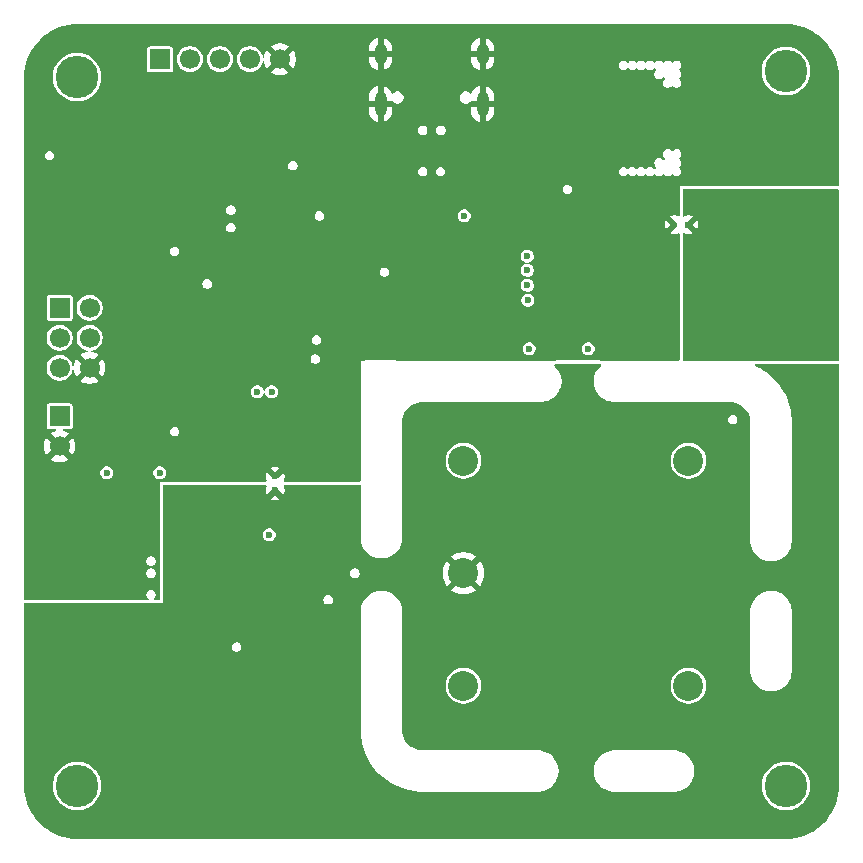
<source format=gbr>
%TF.GenerationSoftware,KiCad,Pcbnew,9.0.4*%
%TF.CreationDate,2025-10-02T19:52:11+02:00*%
%TF.ProjectId,gpsdo,67707364-6f2e-46b6-9963-61645f706362,rev?*%
%TF.SameCoordinates,Original*%
%TF.FileFunction,Copper,L2,Inr*%
%TF.FilePolarity,Positive*%
%FSLAX46Y46*%
G04 Gerber Fmt 4.6, Leading zero omitted, Abs format (unit mm)*
G04 Created by KiCad (PCBNEW 9.0.4) date 2025-10-02 19:52:11*
%MOMM*%
%LPD*%
G01*
G04 APERTURE LIST*
%TA.AperFunction,ComponentPad*%
%ADD10R,1.700000X1.700000*%
%TD*%
%TA.AperFunction,ComponentPad*%
%ADD11C,1.700000*%
%TD*%
%TA.AperFunction,ComponentPad*%
%ADD12C,3.600000*%
%TD*%
%TA.AperFunction,HeatsinkPad*%
%ADD13O,1.000000X1.800000*%
%TD*%
%TA.AperFunction,HeatsinkPad*%
%ADD14O,1.000000X2.100000*%
%TD*%
%TA.AperFunction,ComponentPad*%
%ADD15C,0.600000*%
%TD*%
%TA.AperFunction,ComponentPad*%
%ADD16C,2.540000*%
%TD*%
%TA.AperFunction,ViaPad*%
%ADD17C,0.600000*%
%TD*%
G04 APERTURE END LIST*
D10*
%TO.N,OCXO_5MHZ*%
%TO.C,J7*%
X119750000Y-68250000D03*
D11*
%TO.N,OCXO_2.5MHZ*%
X122290000Y-68250000D03*
%TO.N,OCXO_1.25MHZ*%
X124830000Y-68250000D03*
%TO.N,OCXO_625KHZ*%
X127370000Y-68250000D03*
%TO.N,GND*%
X129910000Y-68250000D03*
%TD*%
D12*
%TO.N,N/C*%
%TO.C,REF\u002A\u002A*%
X112750000Y-69750000D03*
%TD*%
D11*
%TO.N,GND*%
%TO.C,J1*%
X111250000Y-101015000D03*
D10*
%TO.N,PPS_5V*%
X111250000Y-98475000D03*
%TD*%
D12*
%TO.N,N/C*%
%TO.C,REF\u002A\u002A*%
X172750000Y-129750000D03*
%TD*%
D13*
%TO.N,GND*%
%TO.C,J3*%
X138430000Y-67800000D03*
D14*
X138430000Y-72000000D03*
D13*
X147070000Y-67800000D03*
D14*
X147070000Y-72000000D03*
%TD*%
D12*
%TO.N,N/C*%
%TO.C,REF\u002A\u002A*%
X172750000Y-69250000D03*
%TD*%
%TO.N,N/C*%
%TO.C,REF\u002A\u002A*%
X112750000Y-129750000D03*
%TD*%
D15*
%TO.N,GND*%
%TO.C,NT1*%
X129500000Y-103550000D03*
%TO.N,GNDA*%
X129500000Y-104750000D03*
%TD*%
%TO.N,VDD_3V3*%
%TO.C,NT2*%
X128000000Y-96400000D03*
%TO.N,VDDA_3V3*%
X129200000Y-96400000D03*
%TD*%
D11*
%TO.N,GND*%
%TO.C,J2*%
X113790000Y-94357500D03*
%TO.N,SWDIO*%
X111250000Y-94357500D03*
%TO.N,SWCLK*%
X113790000Y-91817500D03*
%TO.N,SWO*%
X111250000Y-91817500D03*
%TO.N,NRST*%
X113790000Y-89277500D03*
D10*
%TO.N,VDD_3V3*%
X111250000Y-89277500D03*
%TD*%
D15*
%TO.N,GND*%
%TO.C,NT3*%
X163300000Y-82250000D03*
%TO.N,GNDA*%
X164500000Y-82250000D03*
%TD*%
D16*
%TO.N,VCC_5V*%
%TO.C,OSC5A2B1*%
X164500000Y-102225000D03*
%TO.N,unconnected-(OSC5A2B1-NC-Pad4)*%
X164500000Y-121275000D03*
%TO.N,Net-(OSC5A2B1-Vref)*%
X145450000Y-121275000D03*
%TO.N,GNDA*%
X145450000Y-111750000D03*
%TO.N,OCXO_Out*%
X145450000Y-102225000D03*
%TD*%
D17*
%TO.N,VDD_3V3*%
X129000000Y-108500000D03*
%TO.N,GNDA*%
X134800000Y-105500000D03*
%TO.N,GND*%
X119750000Y-100750000D03*
%TO.N,VDD_3V3*%
X119750000Y-103250000D03*
%TO.N,GND*%
X115250000Y-100750000D03*
%TO.N,VCC_5V*%
X115250000Y-103250000D03*
X151000000Y-92750000D03*
%TO.N,GND*%
X149750000Y-90250000D03*
X149500000Y-82250000D03*
X144000000Y-82250000D03*
%TO.N,VDD_3V3*%
X145500000Y-81500000D03*
%TO.N,OCXO_5MHZ*%
X150905000Y-88655000D03*
%TO.N,OCXO_2.5MHZ*%
X150865000Y-87385000D03*
%TO.N,OCXO_1.25MHZ*%
X150865000Y-86115000D03*
%TO.N,OCXO_625KHZ*%
X150865000Y-84900000D03*
%TO.N,VCC_5V*%
X156000000Y-92750000D03*
%TO.N,GND*%
X160500000Y-84750000D03*
X160500000Y-82250000D03*
X126250000Y-95750000D03*
X122750000Y-95750000D03*
X165500000Y-74250000D03*
X152000000Y-68750000D03*
X119000000Y-112750000D03*
X151250000Y-71000000D03*
X138000000Y-74250000D03*
X152750000Y-68750000D03*
X165500000Y-72750000D03*
X151250000Y-68750000D03*
X124500000Y-90500000D03*
X153500000Y-68750000D03*
X136250000Y-88650000D03*
X117800000Y-78200000D03*
X140000000Y-89250000D03*
X165500000Y-73500000D03*
X165500000Y-72000000D03*
X154250000Y-68750000D03*
X128000000Y-95500000D03*
X132250000Y-81500000D03*
X140000000Y-88000000D03*
X155250000Y-77750000D03*
X151250000Y-71750000D03*
X130687500Y-87115000D03*
X151250000Y-70250000D03*
X151250000Y-69500000D03*
X127850000Y-92000000D03*
X125750000Y-84850000D03*
X132750000Y-78250000D03*
X147500000Y-74250000D03*
X122750000Y-87250000D03*
%TO.N,GNDA*%
X166500000Y-82250000D03*
X130750000Y-116000000D03*
X166000000Y-88000000D03*
X132250000Y-116000000D03*
X130250000Y-111250000D03*
X171500000Y-83000000D03*
X121000000Y-123500000D03*
X118750000Y-122000000D03*
X140625000Y-120750000D03*
X126750000Y-125750000D03*
X171500000Y-88500000D03*
X128500000Y-115978750D03*
X128000000Y-125750000D03*
X140750000Y-117750000D03*
X169407500Y-102092500D03*
X128500000Y-114978750D03*
X114250000Y-121250000D03*
%TD*%
%TA.AperFunction,Conductor*%
%TO.N,GNDA*%
G36*
X177231487Y-79268013D02*
G01*
X177249500Y-79311500D01*
X177249500Y-93688500D01*
X177231487Y-93731987D01*
X177188000Y-93750000D01*
X168225741Y-93750000D01*
X168220662Y-93749790D01*
X168217171Y-93749500D01*
X168217162Y-93749500D01*
X168065892Y-93749500D01*
X164061500Y-93749500D01*
X164018013Y-93731487D01*
X164000000Y-93688000D01*
X164000000Y-82993121D01*
X164018013Y-82949634D01*
X164061500Y-82931621D01*
X164095668Y-82941986D01*
X164121056Y-82958950D01*
X164266638Y-83019253D01*
X164266654Y-83019258D01*
X164421203Y-83049999D01*
X164421204Y-83050000D01*
X164578796Y-83050000D01*
X164578796Y-83049999D01*
X164733345Y-83019258D01*
X164733361Y-83019253D01*
X164862292Y-82965847D01*
X164862293Y-82965847D01*
X164366710Y-82470264D01*
X164348697Y-82426777D01*
X164366710Y-82383290D01*
X164393934Y-82356066D01*
X164415032Y-82377164D01*
X164470163Y-82400000D01*
X164529837Y-82400000D01*
X164584968Y-82377164D01*
X164627164Y-82334968D01*
X164650000Y-82279837D01*
X164650000Y-82249999D01*
X164853554Y-82249999D01*
X164853554Y-82250000D01*
X165215847Y-82612293D01*
X165215847Y-82612292D01*
X165269253Y-82483361D01*
X165269258Y-82483345D01*
X165299999Y-82328796D01*
X165300000Y-82328796D01*
X165300000Y-82171204D01*
X165299999Y-82171203D01*
X165269258Y-82016654D01*
X165269256Y-82016647D01*
X165215846Y-81887706D01*
X164853554Y-82249999D01*
X164650000Y-82249999D01*
X164650000Y-82220163D01*
X164627164Y-82165032D01*
X164584968Y-82122836D01*
X164529837Y-82100000D01*
X164470163Y-82100000D01*
X164415032Y-82122836D01*
X164393934Y-82143934D01*
X164366709Y-82116709D01*
X164348696Y-82073222D01*
X164366709Y-82029735D01*
X164862292Y-81534152D01*
X164733352Y-81480743D01*
X164733345Y-81480741D01*
X164578796Y-81450000D01*
X164421204Y-81450000D01*
X164266654Y-81480741D01*
X164266638Y-81480746D01*
X164121064Y-81541046D01*
X164121056Y-81541050D01*
X164095667Y-81558015D01*
X164049502Y-81567197D01*
X164010364Y-81541046D01*
X164000000Y-81506879D01*
X164000000Y-79311500D01*
X164018013Y-79268013D01*
X164061500Y-79250000D01*
X177188000Y-79250000D01*
X177231487Y-79268013D01*
G37*
%TD.AperFunction*%
%TD*%
%TA.AperFunction,Conductor*%
%TO.N,GNDA*%
G36*
X157042587Y-94019685D02*
G01*
X157088342Y-94072489D01*
X157098286Y-94141647D01*
X157069261Y-94205203D01*
X157056751Y-94217713D01*
X157009047Y-94259047D01*
X156845072Y-94448285D01*
X156845068Y-94448291D01*
X156709705Y-94658920D01*
X156709695Y-94658938D01*
X156605678Y-94886702D01*
X156605676Y-94886708D01*
X156535136Y-95126951D01*
X156535135Y-95126955D01*
X156499500Y-95374803D01*
X156499500Y-95625196D01*
X156535135Y-95873044D01*
X156535136Y-95873048D01*
X156605676Y-96113291D01*
X156605678Y-96113297D01*
X156709695Y-96341061D01*
X156709705Y-96341079D01*
X156845068Y-96551708D01*
X156845072Y-96551714D01*
X157009047Y-96740952D01*
X157198285Y-96904927D01*
X157198291Y-96904931D01*
X157408920Y-97040294D01*
X157408928Y-97040298D01*
X157408932Y-97040301D01*
X157408935Y-97040302D01*
X157408938Y-97040304D01*
X157636702Y-97144321D01*
X157636708Y-97144323D01*
X157839788Y-97203951D01*
X157876954Y-97214864D01*
X158124802Y-97250500D01*
X158184108Y-97250500D01*
X167934108Y-97250500D01*
X167995572Y-97250500D01*
X168004418Y-97250816D01*
X168240140Y-97267674D01*
X168257641Y-97270191D01*
X168484229Y-97319482D01*
X168501188Y-97324461D01*
X168635346Y-97374500D01*
X168718462Y-97405501D01*
X168734555Y-97412851D01*
X168938068Y-97523977D01*
X168952951Y-97533542D01*
X169138579Y-97672501D01*
X169151950Y-97684087D01*
X169315912Y-97848049D01*
X169327498Y-97861420D01*
X169466457Y-98047048D01*
X169476022Y-98061931D01*
X169587148Y-98265444D01*
X169594498Y-98281537D01*
X169675535Y-98498803D01*
X169680519Y-98515779D01*
X169729807Y-98742352D01*
X169732325Y-98759864D01*
X169749184Y-98995581D01*
X169749500Y-99004427D01*
X169749500Y-109125196D01*
X169785135Y-109373044D01*
X169785136Y-109373048D01*
X169855676Y-109613291D01*
X169855678Y-109613297D01*
X169959695Y-109841061D01*
X169959705Y-109841079D01*
X170095068Y-110051708D01*
X170095072Y-110051714D01*
X170259047Y-110240952D01*
X170448285Y-110404927D01*
X170448291Y-110404931D01*
X170658920Y-110540294D01*
X170658928Y-110540298D01*
X170658932Y-110540301D01*
X170658935Y-110540302D01*
X170658938Y-110540304D01*
X170886702Y-110644321D01*
X170886708Y-110644323D01*
X171089788Y-110703951D01*
X171126954Y-110714864D01*
X171374802Y-110750500D01*
X171374803Y-110750500D01*
X171625197Y-110750500D01*
X171625198Y-110750500D01*
X171873046Y-110714864D01*
X172001803Y-110677057D01*
X172113291Y-110644323D01*
X172113297Y-110644321D01*
X172113297Y-110644320D01*
X172113300Y-110644320D01*
X172341068Y-110540301D01*
X172551715Y-110404927D01*
X172740952Y-110240952D01*
X172904927Y-110051715D01*
X173040301Y-109841068D01*
X173144320Y-109613300D01*
X173214864Y-109373046D01*
X173250500Y-109125198D01*
X173250500Y-109000000D01*
X173250500Y-108934108D01*
X173250500Y-98934108D01*
X173250500Y-98782838D01*
X173243410Y-98697273D01*
X173214635Y-98350002D01*
X173147180Y-97945771D01*
X173143146Y-97921596D01*
X173036526Y-97500561D01*
X172895501Y-97089770D01*
X172721035Y-96692027D01*
X172514319Y-96310050D01*
X172464059Y-96233122D01*
X172352250Y-96061985D01*
X172276766Y-95946448D01*
X172009998Y-95603705D01*
X171847813Y-95427525D01*
X171715838Y-95284161D01*
X171396295Y-94990002D01*
X171053560Y-94723240D01*
X171053559Y-94723239D01*
X171053555Y-94723236D01*
X171053552Y-94723234D01*
X170888195Y-94615201D01*
X170689951Y-94485681D01*
X170307972Y-94278964D01*
X170307968Y-94278963D01*
X170289561Y-94270889D01*
X170213570Y-94237556D01*
X170160084Y-94192600D01*
X170139394Y-94125864D01*
X170158069Y-94058536D01*
X170210179Y-94011993D01*
X170263380Y-94000000D01*
X177125500Y-94000000D01*
X177192539Y-94019685D01*
X177238294Y-94072489D01*
X177249500Y-94124000D01*
X177249500Y-129747293D01*
X177249382Y-129752702D01*
X177232614Y-130136750D01*
X177231671Y-130147526D01*
X177181849Y-130525957D01*
X177179971Y-130536610D01*
X177097354Y-130909272D01*
X177094554Y-130919721D01*
X176979775Y-131283755D01*
X176976075Y-131293921D01*
X176830002Y-131646572D01*
X176825430Y-131656376D01*
X176649183Y-131994942D01*
X176643775Y-132004310D01*
X176438681Y-132326244D01*
X176432476Y-132335105D01*
X176200110Y-132637930D01*
X176193156Y-132646217D01*
X175935284Y-132927635D01*
X175927635Y-132935284D01*
X175646217Y-133193156D01*
X175637930Y-133200110D01*
X175335105Y-133432476D01*
X175326244Y-133438681D01*
X175004310Y-133643775D01*
X174994942Y-133649183D01*
X174656376Y-133825430D01*
X174646572Y-133830002D01*
X174293921Y-133976075D01*
X174283755Y-133979775D01*
X173919721Y-134094554D01*
X173909272Y-134097354D01*
X173536610Y-134179971D01*
X173525957Y-134181849D01*
X173147526Y-134231671D01*
X173136750Y-134232614D01*
X172752703Y-134249382D01*
X172747294Y-134249500D01*
X112752706Y-134249500D01*
X112747297Y-134249382D01*
X112363249Y-134232614D01*
X112352473Y-134231671D01*
X111974042Y-134181849D01*
X111963389Y-134179971D01*
X111590727Y-134097354D01*
X111580278Y-134094554D01*
X111216244Y-133979775D01*
X111206078Y-133976075D01*
X110853427Y-133830002D01*
X110843623Y-133825430D01*
X110505057Y-133649183D01*
X110495689Y-133643775D01*
X110173755Y-133438681D01*
X110164894Y-133432476D01*
X109862069Y-133200110D01*
X109853782Y-133193156D01*
X109572364Y-132935284D01*
X109564715Y-132927635D01*
X109306843Y-132646217D01*
X109299889Y-132637930D01*
X109067523Y-132335105D01*
X109061318Y-132326244D01*
X108856224Y-132004310D01*
X108850816Y-131994942D01*
X108749596Y-131800500D01*
X108674566Y-131656369D01*
X108669997Y-131646572D01*
X108647800Y-131592984D01*
X108523920Y-131293911D01*
X108520224Y-131283755D01*
X108463830Y-131104895D01*
X108405442Y-130919710D01*
X108402648Y-130909284D01*
X108320025Y-130536597D01*
X108318152Y-130525971D01*
X108268326Y-130147506D01*
X108267386Y-130136771D01*
X108250618Y-129752702D01*
X108250500Y-129747293D01*
X108250500Y-129615602D01*
X110699500Y-129615602D01*
X110699500Y-129884397D01*
X110734582Y-130150880D01*
X110734583Y-130150885D01*
X110734584Y-130150891D01*
X110734585Y-130150893D01*
X110804152Y-130410524D01*
X110907011Y-130658850D01*
X110907019Y-130658866D01*
X110987830Y-130798832D01*
X111041413Y-130891641D01*
X111041415Y-130891644D01*
X111041416Y-130891645D01*
X111205042Y-131104888D01*
X111205048Y-131104895D01*
X111395104Y-131294951D01*
X111395110Y-131294956D01*
X111608359Y-131458587D01*
X111757968Y-131544964D01*
X111841133Y-131592980D01*
X111841149Y-131592988D01*
X111982582Y-131651571D01*
X112089474Y-131695847D01*
X112349109Y-131765416D01*
X112537319Y-131790193D01*
X112615602Y-131800500D01*
X112615603Y-131800500D01*
X112884398Y-131800500D01*
X112944905Y-131792534D01*
X113150891Y-131765416D01*
X113410526Y-131695847D01*
X113597457Y-131618417D01*
X113658850Y-131592988D01*
X113658853Y-131592986D01*
X113658859Y-131592984D01*
X113891641Y-131458587D01*
X114104890Y-131294956D01*
X114294956Y-131104890D01*
X114458587Y-130891641D01*
X114592984Y-130658859D01*
X114695847Y-130410526D01*
X114765416Y-130150891D01*
X114800500Y-129884397D01*
X114800500Y-129615603D01*
X114765416Y-129349109D01*
X114695847Y-129089474D01*
X114643270Y-128962541D01*
X114592988Y-128841149D01*
X114592980Y-128841133D01*
X114520640Y-128715838D01*
X114458587Y-128608359D01*
X114391084Y-128520387D01*
X114294957Y-128395111D01*
X114294951Y-128395104D01*
X114104895Y-128205048D01*
X114104888Y-128205042D01*
X113891645Y-128041416D01*
X113891644Y-128041415D01*
X113891641Y-128041413D01*
X113798832Y-127987830D01*
X113658866Y-127907019D01*
X113658850Y-127907011D01*
X113410524Y-127804152D01*
X113271414Y-127766878D01*
X113150891Y-127734584D01*
X113150885Y-127734583D01*
X113150880Y-127734582D01*
X112884398Y-127699500D01*
X112884397Y-127699500D01*
X112615603Y-127699500D01*
X112615602Y-127699500D01*
X112349119Y-127734582D01*
X112349112Y-127734583D01*
X112349109Y-127734584D01*
X112294239Y-127749286D01*
X112089475Y-127804152D01*
X111841149Y-127907011D01*
X111841133Y-127907019D01*
X111608354Y-128041416D01*
X111395111Y-128205042D01*
X111395104Y-128205048D01*
X111205048Y-128395104D01*
X111205042Y-128395111D01*
X111041416Y-128608354D01*
X110907019Y-128841133D01*
X110907011Y-128841149D01*
X110804152Y-129089475D01*
X110761274Y-129249500D01*
X110736741Y-129341061D01*
X110734585Y-129349106D01*
X110734582Y-129349119D01*
X110699500Y-129615602D01*
X108250500Y-129615602D01*
X108250500Y-117947273D01*
X125849500Y-117947273D01*
X125849500Y-118052727D01*
X125876793Y-118154587D01*
X125929520Y-118245913D01*
X126004087Y-118320480D01*
X126095413Y-118373207D01*
X126197273Y-118400500D01*
X126197275Y-118400500D01*
X126302725Y-118400500D01*
X126302727Y-118400500D01*
X126404587Y-118373207D01*
X126495913Y-118320480D01*
X126570480Y-118245913D01*
X126623207Y-118154587D01*
X126650500Y-118052727D01*
X126650500Y-117947273D01*
X126623207Y-117845413D01*
X126570480Y-117754087D01*
X126495913Y-117679520D01*
X126404587Y-117626793D01*
X126302727Y-117599500D01*
X126197273Y-117599500D01*
X126095413Y-117626793D01*
X126095410Y-117626794D01*
X126004085Y-117679521D01*
X125929521Y-117754085D01*
X125876794Y-117845410D01*
X125876793Y-117845413D01*
X125849500Y-117947273D01*
X108250500Y-117947273D01*
X108250500Y-114874803D01*
X136749500Y-114874803D01*
X136749500Y-125217172D01*
X136785364Y-125649997D01*
X136835919Y-125952951D01*
X136856854Y-126078404D01*
X136963474Y-126499439D01*
X136963476Y-126499446D01*
X136963478Y-126499452D01*
X137104500Y-126910233D01*
X137212758Y-127157036D01*
X137247865Y-127237073D01*
X137278963Y-127307968D01*
X137278964Y-127307972D01*
X137485681Y-127689951D01*
X137567575Y-127815298D01*
X137715305Y-128041416D01*
X137723239Y-128053559D01*
X137723240Y-128053560D01*
X137990002Y-128396295D01*
X138284161Y-128715838D01*
X138456786Y-128874750D01*
X138603705Y-129009998D01*
X138946448Y-129276766D01*
X139310050Y-129514319D01*
X139692027Y-129721035D01*
X140089770Y-129895501D01*
X140500561Y-130036526D01*
X140921596Y-130143146D01*
X141243494Y-130196861D01*
X141350002Y-130214635D01*
X141725999Y-130245790D01*
X141782838Y-130250500D01*
X141782842Y-130250500D01*
X151875197Y-130250500D01*
X151875198Y-130250500D01*
X152123046Y-130214864D01*
X152251803Y-130177057D01*
X152363291Y-130144323D01*
X152363297Y-130144321D01*
X152363297Y-130144320D01*
X152363300Y-130144320D01*
X152591068Y-130040301D01*
X152801715Y-129904927D01*
X152990952Y-129740952D01*
X153154927Y-129551715D01*
X153290301Y-129341068D01*
X153394320Y-129113300D01*
X153396359Y-129106358D01*
X153438586Y-128962541D01*
X153464864Y-128873046D01*
X153500500Y-128625198D01*
X153500500Y-128374803D01*
X156499500Y-128374803D01*
X156499500Y-128625196D01*
X156535135Y-128873044D01*
X156535136Y-128873048D01*
X156605676Y-129113291D01*
X156605678Y-129113297D01*
X156709695Y-129341061D01*
X156709705Y-129341079D01*
X156845068Y-129551708D01*
X156845072Y-129551714D01*
X157009047Y-129740952D01*
X157198285Y-129904927D01*
X157198291Y-129904931D01*
X157408920Y-130040294D01*
X157408928Y-130040298D01*
X157408932Y-130040301D01*
X157408935Y-130040302D01*
X157408938Y-130040304D01*
X157636702Y-130144321D01*
X157636708Y-130144323D01*
X157839788Y-130203951D01*
X157876954Y-130214864D01*
X158124802Y-130250500D01*
X158124803Y-130250500D01*
X163375197Y-130250500D01*
X163375198Y-130250500D01*
X163623046Y-130214864D01*
X163751803Y-130177057D01*
X163863291Y-130144323D01*
X163863297Y-130144321D01*
X163863297Y-130144320D01*
X163863300Y-130144320D01*
X164091068Y-130040301D01*
X164301715Y-129904927D01*
X164490952Y-129740952D01*
X164599569Y-129615602D01*
X170699500Y-129615602D01*
X170699500Y-129884397D01*
X170734582Y-130150880D01*
X170734583Y-130150885D01*
X170734584Y-130150891D01*
X170734585Y-130150893D01*
X170804152Y-130410524D01*
X170907011Y-130658850D01*
X170907019Y-130658866D01*
X170987830Y-130798832D01*
X171041413Y-130891641D01*
X171041415Y-130891644D01*
X171041416Y-130891645D01*
X171205042Y-131104888D01*
X171205048Y-131104895D01*
X171395104Y-131294951D01*
X171395110Y-131294956D01*
X171608359Y-131458587D01*
X171757968Y-131544964D01*
X171841133Y-131592980D01*
X171841149Y-131592988D01*
X171982582Y-131651571D01*
X172089474Y-131695847D01*
X172349109Y-131765416D01*
X172537319Y-131790193D01*
X172615602Y-131800500D01*
X172615603Y-131800500D01*
X172884398Y-131800500D01*
X172944905Y-131792534D01*
X173150891Y-131765416D01*
X173410526Y-131695847D01*
X173597457Y-131618417D01*
X173658850Y-131592988D01*
X173658853Y-131592986D01*
X173658859Y-131592984D01*
X173891641Y-131458587D01*
X174104890Y-131294956D01*
X174294956Y-131104890D01*
X174458587Y-130891641D01*
X174592984Y-130658859D01*
X174695847Y-130410526D01*
X174765416Y-130150891D01*
X174800500Y-129884397D01*
X174800500Y-129615603D01*
X174765416Y-129349109D01*
X174695847Y-129089474D01*
X174643270Y-128962541D01*
X174592988Y-128841149D01*
X174592980Y-128841133D01*
X174520640Y-128715838D01*
X174458587Y-128608359D01*
X174391084Y-128520387D01*
X174294957Y-128395111D01*
X174294951Y-128395104D01*
X174104895Y-128205048D01*
X174104888Y-128205042D01*
X173891645Y-128041416D01*
X173891644Y-128041415D01*
X173891641Y-128041413D01*
X173798832Y-127987830D01*
X173658866Y-127907019D01*
X173658850Y-127907011D01*
X173410524Y-127804152D01*
X173271414Y-127766878D01*
X173150891Y-127734584D01*
X173150885Y-127734583D01*
X173150880Y-127734582D01*
X172884398Y-127699500D01*
X172884397Y-127699500D01*
X172615603Y-127699500D01*
X172615602Y-127699500D01*
X172349119Y-127734582D01*
X172349112Y-127734583D01*
X172349109Y-127734584D01*
X172294239Y-127749286D01*
X172089475Y-127804152D01*
X171841149Y-127907011D01*
X171841133Y-127907019D01*
X171608354Y-128041416D01*
X171395111Y-128205042D01*
X171395104Y-128205048D01*
X171205048Y-128395104D01*
X171205042Y-128395111D01*
X171041416Y-128608354D01*
X170907019Y-128841133D01*
X170907011Y-128841149D01*
X170804152Y-129089475D01*
X170761274Y-129249500D01*
X170736741Y-129341061D01*
X170734585Y-129349106D01*
X170734582Y-129349119D01*
X170699500Y-129615602D01*
X164599569Y-129615602D01*
X164654927Y-129551715D01*
X164678961Y-129514318D01*
X164790294Y-129341079D01*
X164790294Y-129341078D01*
X164790301Y-129341068D01*
X164894320Y-129113300D01*
X164896359Y-129106358D01*
X164938586Y-128962541D01*
X164964864Y-128873046D01*
X165000500Y-128625198D01*
X165000500Y-128374802D01*
X164964864Y-128126954D01*
X164927143Y-127998487D01*
X164894323Y-127886708D01*
X164894321Y-127886702D01*
X164790304Y-127658938D01*
X164790294Y-127658920D01*
X164654931Y-127448291D01*
X164654927Y-127448285D01*
X164490952Y-127259047D01*
X164301714Y-127095072D01*
X164301708Y-127095068D01*
X164091079Y-126959705D01*
X164091061Y-126959695D01*
X163863297Y-126855678D01*
X163863291Y-126855676D01*
X163623048Y-126785136D01*
X163623044Y-126785135D01*
X163446468Y-126759747D01*
X163375198Y-126749500D01*
X163315892Y-126749500D01*
X158315892Y-126749500D01*
X158250000Y-126749500D01*
X158124802Y-126749500D01*
X158089167Y-126754623D01*
X157876955Y-126785135D01*
X157876951Y-126785136D01*
X157636708Y-126855676D01*
X157636702Y-126855678D01*
X157408938Y-126959695D01*
X157408920Y-126959705D01*
X157198291Y-127095068D01*
X157198285Y-127095072D01*
X157009047Y-127259047D01*
X156845072Y-127448285D01*
X156845068Y-127448291D01*
X156709705Y-127658920D01*
X156709695Y-127658938D01*
X156605678Y-127886702D01*
X156605676Y-127886708D01*
X156535136Y-128126951D01*
X156535135Y-128126955D01*
X156499500Y-128374803D01*
X153500500Y-128374803D01*
X153500500Y-128374802D01*
X153464864Y-128126954D01*
X153427143Y-127998487D01*
X153394323Y-127886708D01*
X153394321Y-127886702D01*
X153290304Y-127658938D01*
X153290294Y-127658920D01*
X153154931Y-127448291D01*
X153154927Y-127448285D01*
X152990952Y-127259047D01*
X152801714Y-127095072D01*
X152801708Y-127095068D01*
X152591079Y-126959705D01*
X152591061Y-126959695D01*
X152363297Y-126855678D01*
X152363291Y-126855676D01*
X152123048Y-126785136D01*
X152123044Y-126785135D01*
X151946468Y-126759747D01*
X151875198Y-126749500D01*
X151875196Y-126749500D01*
X142004428Y-126749500D01*
X141995582Y-126749184D01*
X141759864Y-126732325D01*
X141742352Y-126729807D01*
X141515779Y-126680519D01*
X141498803Y-126675535D01*
X141281537Y-126594498D01*
X141265444Y-126587148D01*
X141061931Y-126476022D01*
X141047048Y-126466457D01*
X140861420Y-126327498D01*
X140848049Y-126315912D01*
X140684087Y-126151950D01*
X140672501Y-126138579D01*
X140533542Y-125952951D01*
X140523977Y-125938068D01*
X140412851Y-125734555D01*
X140405501Y-125718462D01*
X140375740Y-125638672D01*
X140324461Y-125501188D01*
X140319482Y-125484229D01*
X140270191Y-125257641D01*
X140267674Y-125240135D01*
X140250816Y-125004418D01*
X140250500Y-124995572D01*
X140250500Y-121155328D01*
X143929500Y-121155328D01*
X143929500Y-121394671D01*
X143966939Y-121631051D01*
X144040898Y-121858674D01*
X144149554Y-122071919D01*
X144290221Y-122265532D01*
X144290225Y-122265537D01*
X144459462Y-122434774D01*
X144459467Y-122434778D01*
X144628347Y-122557476D01*
X144653084Y-122575448D01*
X144788961Y-122644681D01*
X144866325Y-122684101D01*
X144866327Y-122684101D01*
X144866330Y-122684103D01*
X145093949Y-122758061D01*
X145215735Y-122777349D01*
X145330329Y-122795500D01*
X145330334Y-122795500D01*
X145569671Y-122795500D01*
X145674135Y-122778953D01*
X145806051Y-122758061D01*
X146033670Y-122684103D01*
X146246916Y-122575448D01*
X146440539Y-122434773D01*
X146609773Y-122265539D01*
X146750448Y-122071916D01*
X146859103Y-121858670D01*
X146933061Y-121631051D01*
X146953953Y-121499135D01*
X146970500Y-121394671D01*
X146970500Y-121155328D01*
X162979500Y-121155328D01*
X162979500Y-121394671D01*
X163016939Y-121631051D01*
X163090898Y-121858674D01*
X163199554Y-122071919D01*
X163340221Y-122265532D01*
X163340225Y-122265537D01*
X163509462Y-122434774D01*
X163509467Y-122434778D01*
X163678347Y-122557476D01*
X163703084Y-122575448D01*
X163838961Y-122644681D01*
X163916325Y-122684101D01*
X163916327Y-122684101D01*
X163916330Y-122684103D01*
X164143949Y-122758061D01*
X164265735Y-122777349D01*
X164380329Y-122795500D01*
X164380334Y-122795500D01*
X164619671Y-122795500D01*
X164724135Y-122778953D01*
X164856051Y-122758061D01*
X165083670Y-122684103D01*
X165296916Y-122575448D01*
X165490539Y-122434773D01*
X165659773Y-122265539D01*
X165800448Y-122071916D01*
X165909103Y-121858670D01*
X165983061Y-121631051D01*
X166003953Y-121499135D01*
X166020500Y-121394671D01*
X166020500Y-121155328D01*
X166000644Y-121029970D01*
X165983061Y-120918949D01*
X165909103Y-120691330D01*
X165909101Y-120691327D01*
X165909101Y-120691325D01*
X165840651Y-120556987D01*
X165800448Y-120478084D01*
X165674586Y-120304849D01*
X165659778Y-120284467D01*
X165659774Y-120284462D01*
X165490537Y-120115225D01*
X165490532Y-120115221D01*
X165296919Y-119974554D01*
X165296918Y-119974553D01*
X165296916Y-119974552D01*
X165217541Y-119934108D01*
X165083674Y-119865898D01*
X164856051Y-119791939D01*
X164619671Y-119754500D01*
X164619666Y-119754500D01*
X164380334Y-119754500D01*
X164380329Y-119754500D01*
X164143948Y-119791939D01*
X163916325Y-119865898D01*
X163703080Y-119974554D01*
X163509467Y-120115221D01*
X163509462Y-120115225D01*
X163340225Y-120284462D01*
X163340221Y-120284467D01*
X163199554Y-120478080D01*
X163090898Y-120691325D01*
X163016939Y-120918948D01*
X162979500Y-121155328D01*
X146970500Y-121155328D01*
X146950644Y-121029970D01*
X146933061Y-120918949D01*
X146859103Y-120691330D01*
X146859101Y-120691327D01*
X146859101Y-120691325D01*
X146790651Y-120556987D01*
X146750448Y-120478084D01*
X146624586Y-120304849D01*
X146609778Y-120284467D01*
X146609774Y-120284462D01*
X146440537Y-120115225D01*
X146440532Y-120115221D01*
X146246919Y-119974554D01*
X146246918Y-119974553D01*
X146246916Y-119974552D01*
X146167541Y-119934108D01*
X146033674Y-119865898D01*
X145806051Y-119791939D01*
X145569671Y-119754500D01*
X145569666Y-119754500D01*
X145330334Y-119754500D01*
X145330329Y-119754500D01*
X145093948Y-119791939D01*
X144866325Y-119865898D01*
X144653080Y-119974554D01*
X144459467Y-120115221D01*
X144459462Y-120115225D01*
X144290225Y-120284462D01*
X144290221Y-120284467D01*
X144149554Y-120478080D01*
X144040898Y-120691325D01*
X143966939Y-120918948D01*
X143929500Y-121155328D01*
X140250500Y-121155328D01*
X140250500Y-114874803D01*
X169749500Y-114874803D01*
X169749500Y-120125196D01*
X169785135Y-120373044D01*
X169785136Y-120373048D01*
X169855676Y-120613291D01*
X169855678Y-120613297D01*
X169959695Y-120841061D01*
X169959705Y-120841079D01*
X170095068Y-121051708D01*
X170095072Y-121051714D01*
X170259047Y-121240952D01*
X170448285Y-121404927D01*
X170448291Y-121404931D01*
X170658920Y-121540294D01*
X170658928Y-121540298D01*
X170658932Y-121540301D01*
X170658935Y-121540302D01*
X170658938Y-121540304D01*
X170886702Y-121644321D01*
X170886708Y-121644323D01*
X171089788Y-121703951D01*
X171126954Y-121714864D01*
X171374802Y-121750500D01*
X171374803Y-121750500D01*
X171625197Y-121750500D01*
X171625198Y-121750500D01*
X171873046Y-121714864D01*
X172001803Y-121677057D01*
X172113291Y-121644323D01*
X172113297Y-121644321D01*
X172113297Y-121644320D01*
X172113300Y-121644320D01*
X172341068Y-121540301D01*
X172551715Y-121404927D01*
X172740952Y-121240952D01*
X172904927Y-121051715D01*
X173040301Y-120841068D01*
X173144320Y-120613300D01*
X173214864Y-120373046D01*
X173250500Y-120125198D01*
X173250500Y-120000000D01*
X173250500Y-119934108D01*
X173250500Y-114934108D01*
X173250500Y-114874802D01*
X173214864Y-114626954D01*
X173160855Y-114443013D01*
X173144323Y-114386708D01*
X173144321Y-114386702D01*
X173040304Y-114158938D01*
X173040294Y-114158920D01*
X172904931Y-113948291D01*
X172904927Y-113948285D01*
X172740952Y-113759047D01*
X172551714Y-113595072D01*
X172551708Y-113595068D01*
X172341079Y-113459705D01*
X172341061Y-113459695D01*
X172113297Y-113355678D01*
X172113291Y-113355676D01*
X171873048Y-113285136D01*
X171873044Y-113285135D01*
X171696468Y-113259747D01*
X171625198Y-113249500D01*
X171374802Y-113249500D01*
X171339167Y-113254623D01*
X171126955Y-113285135D01*
X171126951Y-113285136D01*
X170886708Y-113355676D01*
X170886702Y-113355678D01*
X170658938Y-113459695D01*
X170658920Y-113459705D01*
X170448291Y-113595068D01*
X170448285Y-113595072D01*
X170259047Y-113759047D01*
X170095072Y-113948285D01*
X170095068Y-113948291D01*
X169959705Y-114158920D01*
X169959695Y-114158938D01*
X169855678Y-114386702D01*
X169855676Y-114386708D01*
X169785136Y-114626951D01*
X169785135Y-114626955D01*
X169749500Y-114874803D01*
X140250500Y-114874803D01*
X140214864Y-114626955D01*
X140214863Y-114626951D01*
X140144323Y-114386708D01*
X140144321Y-114386702D01*
X140040304Y-114158938D01*
X140040294Y-114158920D01*
X139904931Y-113948291D01*
X139904927Y-113948285D01*
X139740952Y-113759047D01*
X139551714Y-113595072D01*
X139551708Y-113595068D01*
X139341079Y-113459705D01*
X139341061Y-113459695D01*
X139113297Y-113355678D01*
X139113291Y-113355676D01*
X138873048Y-113285136D01*
X138873044Y-113285135D01*
X138696468Y-113259747D01*
X138625198Y-113249500D01*
X138374802Y-113249500D01*
X138339167Y-113254623D01*
X138126955Y-113285135D01*
X138126951Y-113285136D01*
X137886708Y-113355676D01*
X137886702Y-113355678D01*
X137658938Y-113459695D01*
X137658920Y-113459705D01*
X137448291Y-113595068D01*
X137448285Y-113595072D01*
X137259047Y-113759047D01*
X137095072Y-113948285D01*
X137095068Y-113948291D01*
X136959705Y-114158920D01*
X136959695Y-114158938D01*
X136855678Y-114386702D01*
X136855676Y-114386708D01*
X136785136Y-114626951D01*
X136785135Y-114626955D01*
X136749500Y-114874803D01*
X108250500Y-114874803D01*
X108250500Y-114374000D01*
X108270185Y-114306961D01*
X108322989Y-114261206D01*
X108374500Y-114250000D01*
X120000000Y-114250000D01*
X120000000Y-113947273D01*
X133599500Y-113947273D01*
X133599500Y-114052726D01*
X133626793Y-114154586D01*
X133626794Y-114154589D01*
X133629305Y-114158938D01*
X133679520Y-114245913D01*
X133754087Y-114320480D01*
X133845413Y-114373207D01*
X133947273Y-114400500D01*
X133947275Y-114400500D01*
X134052725Y-114400500D01*
X134052727Y-114400500D01*
X134154587Y-114373207D01*
X134245913Y-114320480D01*
X134320480Y-114245913D01*
X134373207Y-114154587D01*
X134400500Y-114052727D01*
X134400500Y-113947273D01*
X134373207Y-113845413D01*
X134320480Y-113754087D01*
X134245913Y-113679520D01*
X134154587Y-113626793D01*
X134052727Y-113599500D01*
X133947273Y-113599500D01*
X133845413Y-113626793D01*
X133845410Y-113626794D01*
X133754085Y-113679521D01*
X133679521Y-113754085D01*
X133626794Y-113845410D01*
X133626793Y-113845413D01*
X133599500Y-113947273D01*
X120000000Y-113947273D01*
X120000000Y-111697273D01*
X135849500Y-111697273D01*
X135849500Y-111802727D01*
X135876793Y-111904587D01*
X135929520Y-111995913D01*
X136004087Y-112070480D01*
X136095413Y-112123207D01*
X136197273Y-112150500D01*
X136197275Y-112150500D01*
X136302725Y-112150500D01*
X136302727Y-112150500D01*
X136404587Y-112123207D01*
X136495913Y-112070480D01*
X136570480Y-111995913D01*
X136623207Y-111904587D01*
X136650500Y-111802727D01*
X136650500Y-111697273D01*
X136633545Y-111633994D01*
X143680000Y-111633994D01*
X143680000Y-111866005D01*
X143680001Y-111866022D01*
X143710283Y-112096040D01*
X143710286Y-112096053D01*
X143770336Y-112320167D01*
X143859124Y-112534521D01*
X143859132Y-112534538D01*
X143975136Y-112735461D01*
X143975142Y-112735469D01*
X144034117Y-112812327D01*
X145050000Y-111796445D01*
X145050000Y-111802661D01*
X145077259Y-111904394D01*
X145129920Y-111995606D01*
X145204394Y-112070080D01*
X145295606Y-112122741D01*
X145397339Y-112150000D01*
X145403554Y-112150000D01*
X144387671Y-113165881D01*
X144464530Y-113224857D01*
X144464538Y-113224863D01*
X144665461Y-113340867D01*
X144665478Y-113340875D01*
X144879832Y-113429663D01*
X145103946Y-113489713D01*
X145103959Y-113489716D01*
X145333977Y-113519998D01*
X145333995Y-113520000D01*
X145566005Y-113520000D01*
X145566022Y-113519998D01*
X145796040Y-113489716D01*
X145796053Y-113489713D01*
X146020167Y-113429663D01*
X146234521Y-113340875D01*
X146234538Y-113340867D01*
X146435475Y-113224855D01*
X146512327Y-113165883D01*
X146512327Y-113165880D01*
X145496446Y-112150000D01*
X145502661Y-112150000D01*
X145604394Y-112122741D01*
X145695606Y-112070080D01*
X145770080Y-111995606D01*
X145822741Y-111904394D01*
X145850000Y-111802661D01*
X145850000Y-111796447D01*
X146865880Y-112812327D01*
X146865883Y-112812327D01*
X146924855Y-112735475D01*
X147040867Y-112534538D01*
X147040875Y-112534521D01*
X147129663Y-112320167D01*
X147189713Y-112096053D01*
X147189716Y-112096040D01*
X147219998Y-111866022D01*
X147220000Y-111866005D01*
X147220000Y-111633994D01*
X147219998Y-111633977D01*
X147189716Y-111403959D01*
X147189713Y-111403946D01*
X147129663Y-111179832D01*
X147040875Y-110965478D01*
X147040867Y-110965461D01*
X146924863Y-110764538D01*
X146924857Y-110764530D01*
X146865881Y-110687671D01*
X145850000Y-111703552D01*
X145850000Y-111697339D01*
X145822741Y-111595606D01*
X145770080Y-111504394D01*
X145695606Y-111429920D01*
X145604394Y-111377259D01*
X145502661Y-111350000D01*
X145496447Y-111350000D01*
X146512327Y-110334117D01*
X146435469Y-110275142D01*
X146435461Y-110275136D01*
X146234538Y-110159132D01*
X146234521Y-110159124D01*
X146020167Y-110070336D01*
X145796053Y-110010286D01*
X145796040Y-110010283D01*
X145566022Y-109980001D01*
X145566005Y-109980000D01*
X145333995Y-109980000D01*
X145333977Y-109980001D01*
X145103959Y-110010283D01*
X145103946Y-110010286D01*
X144879832Y-110070336D01*
X144665478Y-110159124D01*
X144665461Y-110159132D01*
X144464541Y-110275134D01*
X144464533Y-110275140D01*
X144387671Y-110334116D01*
X144387671Y-110334117D01*
X145403554Y-111350000D01*
X145397339Y-111350000D01*
X145295606Y-111377259D01*
X145204394Y-111429920D01*
X145129920Y-111504394D01*
X145077259Y-111595606D01*
X145050000Y-111697339D01*
X145050000Y-111703553D01*
X144034117Y-110687671D01*
X144034116Y-110687671D01*
X143975140Y-110764533D01*
X143975134Y-110764541D01*
X143859132Y-110965461D01*
X143859124Y-110965478D01*
X143770336Y-111179832D01*
X143710286Y-111403946D01*
X143710283Y-111403959D01*
X143680001Y-111633977D01*
X143680000Y-111633994D01*
X136633545Y-111633994D01*
X136623207Y-111595413D01*
X136570480Y-111504087D01*
X136495913Y-111429520D01*
X136404587Y-111376793D01*
X136302727Y-111349500D01*
X136197273Y-111349500D01*
X136095413Y-111376793D01*
X136095410Y-111376794D01*
X136004085Y-111429521D01*
X135929521Y-111504085D01*
X135876794Y-111595410D01*
X135876793Y-111595413D01*
X135849500Y-111697273D01*
X120000000Y-111697273D01*
X120000000Y-108427525D01*
X128449500Y-108427525D01*
X128449500Y-108572475D01*
X128487016Y-108712485D01*
X128487017Y-108712488D01*
X128559488Y-108838011D01*
X128559490Y-108838013D01*
X128559491Y-108838015D01*
X128661985Y-108940509D01*
X128661986Y-108940510D01*
X128661988Y-108940511D01*
X128787511Y-109012982D01*
X128787512Y-109012982D01*
X128787515Y-109012984D01*
X128927525Y-109050500D01*
X128927528Y-109050500D01*
X129072472Y-109050500D01*
X129072475Y-109050500D01*
X129212485Y-109012984D01*
X129338015Y-108940509D01*
X129440509Y-108838015D01*
X129512984Y-108712485D01*
X129550500Y-108572475D01*
X129550500Y-108427525D01*
X129512984Y-108287515D01*
X129440509Y-108161985D01*
X129338015Y-108059491D01*
X129338013Y-108059490D01*
X129338011Y-108059488D01*
X129212488Y-107987017D01*
X129212489Y-107987017D01*
X129201006Y-107983940D01*
X129072475Y-107949500D01*
X128927525Y-107949500D01*
X128798993Y-107983940D01*
X128787511Y-107987017D01*
X128661988Y-108059488D01*
X128661982Y-108059493D01*
X128559493Y-108161982D01*
X128559488Y-108161988D01*
X128487017Y-108287511D01*
X128487016Y-108287515D01*
X128449500Y-108427525D01*
X120000000Y-108427525D01*
X120000000Y-105465845D01*
X129137706Y-105465845D01*
X129266652Y-105519257D01*
X129266656Y-105519258D01*
X129421202Y-105549999D01*
X129421206Y-105550000D01*
X129578794Y-105550000D01*
X129578797Y-105549999D01*
X129733343Y-105519258D01*
X129733347Y-105519257D01*
X129862293Y-105465845D01*
X129500001Y-105103553D01*
X129500000Y-105103553D01*
X129137706Y-105465845D01*
X120000000Y-105465845D01*
X120000000Y-104374000D01*
X120019685Y-104306961D01*
X120072489Y-104261206D01*
X120124000Y-104250000D01*
X128655614Y-104250000D01*
X128722653Y-104269685D01*
X128768408Y-104322489D01*
X128778352Y-104391647D01*
X128770175Y-104421453D01*
X128730743Y-104516648D01*
X128730741Y-104516656D01*
X128700000Y-104671202D01*
X128700000Y-104828797D01*
X128730741Y-104983343D01*
X128730743Y-104983351D01*
X128784153Y-105112293D01*
X129235542Y-104660904D01*
X129296865Y-104627419D01*
X129366556Y-104632403D01*
X129390242Y-104647625D01*
X129372836Y-104665032D01*
X129350000Y-104720163D01*
X129350000Y-104779837D01*
X129372836Y-104834968D01*
X129415032Y-104877164D01*
X129470163Y-104900000D01*
X129529837Y-104900000D01*
X129584968Y-104877164D01*
X129627164Y-104834968D01*
X129650000Y-104779837D01*
X129650000Y-104720163D01*
X129627164Y-104665032D01*
X129611048Y-104648916D01*
X129650417Y-104627419D01*
X129720109Y-104632403D01*
X129764457Y-104660904D01*
X130215845Y-105112293D01*
X130269257Y-104983347D01*
X130269258Y-104983343D01*
X130299999Y-104828797D01*
X130300000Y-104828794D01*
X130300000Y-104671206D01*
X130299999Y-104671202D01*
X130269258Y-104516656D01*
X130269256Y-104516648D01*
X130229825Y-104421453D01*
X130222356Y-104351984D01*
X130253631Y-104289504D01*
X130313720Y-104253852D01*
X130344386Y-104250000D01*
X136625500Y-104250000D01*
X136692539Y-104269685D01*
X136738294Y-104322489D01*
X136749500Y-104374000D01*
X136749500Y-108875196D01*
X136785135Y-109123044D01*
X136785136Y-109123048D01*
X136855676Y-109363291D01*
X136855678Y-109363297D01*
X136959695Y-109591061D01*
X136959705Y-109591079D01*
X137095068Y-109801708D01*
X137095072Y-109801714D01*
X137259047Y-109990952D01*
X137448285Y-110154927D01*
X137448291Y-110154931D01*
X137658920Y-110290294D01*
X137658928Y-110290298D01*
X137658932Y-110290301D01*
X137658935Y-110290302D01*
X137658938Y-110290304D01*
X137886702Y-110394321D01*
X137886708Y-110394323D01*
X138089788Y-110453951D01*
X138126954Y-110464864D01*
X138374802Y-110500500D01*
X138374803Y-110500500D01*
X138625197Y-110500500D01*
X138625198Y-110500500D01*
X138873046Y-110464864D01*
X139001803Y-110427057D01*
X139113291Y-110394323D01*
X139113297Y-110394321D01*
X139113297Y-110394320D01*
X139113300Y-110394320D01*
X139341068Y-110290301D01*
X139551715Y-110154927D01*
X139740952Y-109990952D01*
X139904927Y-109801715D01*
X140040301Y-109591068D01*
X140144320Y-109363300D01*
X140214864Y-109123046D01*
X140250500Y-108875198D01*
X140250500Y-108750000D01*
X140250500Y-108684108D01*
X140250500Y-102105328D01*
X143929500Y-102105328D01*
X143929500Y-102344671D01*
X143966939Y-102581051D01*
X144040898Y-102808674D01*
X144093539Y-102911985D01*
X144138130Y-102999500D01*
X144149554Y-103021919D01*
X144290221Y-103215532D01*
X144290225Y-103215537D01*
X144459462Y-103384774D01*
X144459467Y-103384778D01*
X144587123Y-103477525D01*
X144653084Y-103525448D01*
X144775878Y-103588015D01*
X144866325Y-103634101D01*
X144866327Y-103634101D01*
X144866330Y-103634103D01*
X145093949Y-103708061D01*
X145215735Y-103727349D01*
X145330329Y-103745500D01*
X145330334Y-103745500D01*
X145569671Y-103745500D01*
X145674135Y-103728953D01*
X145806051Y-103708061D01*
X146033670Y-103634103D01*
X146246916Y-103525448D01*
X146440539Y-103384773D01*
X146609773Y-103215539D01*
X146750448Y-103021916D01*
X146859103Y-102808670D01*
X146933061Y-102581051D01*
X146953953Y-102449135D01*
X146970500Y-102344671D01*
X146970500Y-102105328D01*
X162979500Y-102105328D01*
X162979500Y-102344671D01*
X163016939Y-102581051D01*
X163090898Y-102808674D01*
X163143539Y-102911985D01*
X163188130Y-102999500D01*
X163199554Y-103021919D01*
X163340221Y-103215532D01*
X163340225Y-103215537D01*
X163509462Y-103384774D01*
X163509467Y-103384778D01*
X163637123Y-103477525D01*
X163703084Y-103525448D01*
X163825878Y-103588015D01*
X163916325Y-103634101D01*
X163916327Y-103634101D01*
X163916330Y-103634103D01*
X164143949Y-103708061D01*
X164265735Y-103727349D01*
X164380329Y-103745500D01*
X164380334Y-103745500D01*
X164619671Y-103745500D01*
X164724135Y-103728953D01*
X164856051Y-103708061D01*
X165083670Y-103634103D01*
X165296916Y-103525448D01*
X165490539Y-103384773D01*
X165659773Y-103215539D01*
X165800448Y-103021916D01*
X165909103Y-102808670D01*
X165983061Y-102581051D01*
X166003953Y-102449135D01*
X166020500Y-102344671D01*
X166020500Y-102105328D01*
X165996885Y-101956232D01*
X165983061Y-101868949D01*
X165909103Y-101641330D01*
X165909101Y-101641327D01*
X165909101Y-101641325D01*
X165869681Y-101563961D01*
X165800448Y-101428084D01*
X165687556Y-101272701D01*
X165659778Y-101234467D01*
X165659774Y-101234462D01*
X165490537Y-101065225D01*
X165490532Y-101065221D01*
X165296919Y-100924554D01*
X165296918Y-100924553D01*
X165296916Y-100924552D01*
X165230324Y-100890621D01*
X165083674Y-100815898D01*
X164856051Y-100741939D01*
X164619671Y-100704500D01*
X164619666Y-100704500D01*
X164380334Y-100704500D01*
X164380329Y-100704500D01*
X164143948Y-100741939D01*
X163916325Y-100815898D01*
X163703080Y-100924554D01*
X163509467Y-101065221D01*
X163509462Y-101065225D01*
X163340225Y-101234462D01*
X163340221Y-101234467D01*
X163199554Y-101428080D01*
X163090898Y-101641325D01*
X163016939Y-101868948D01*
X162979500Y-102105328D01*
X146970500Y-102105328D01*
X146946885Y-101956232D01*
X146933061Y-101868949D01*
X146859103Y-101641330D01*
X146859101Y-101641327D01*
X146859101Y-101641325D01*
X146819681Y-101563961D01*
X146750448Y-101428084D01*
X146637556Y-101272701D01*
X146609778Y-101234467D01*
X146609774Y-101234462D01*
X146440537Y-101065225D01*
X146440532Y-101065221D01*
X146246919Y-100924554D01*
X146246918Y-100924553D01*
X146246916Y-100924552D01*
X146180324Y-100890621D01*
X146033674Y-100815898D01*
X145806051Y-100741939D01*
X145569671Y-100704500D01*
X145569666Y-100704500D01*
X145330334Y-100704500D01*
X145330329Y-100704500D01*
X145093948Y-100741939D01*
X144866325Y-100815898D01*
X144653080Y-100924554D01*
X144459467Y-101065221D01*
X144459462Y-101065225D01*
X144290225Y-101234462D01*
X144290221Y-101234467D01*
X144149554Y-101428080D01*
X144040898Y-101641325D01*
X143966939Y-101868948D01*
X143929500Y-102105328D01*
X140250500Y-102105328D01*
X140250500Y-99004427D01*
X140250816Y-98995581D01*
X140267674Y-98759857D01*
X140270190Y-98742360D01*
X140279998Y-98697273D01*
X167849500Y-98697273D01*
X167849500Y-98802727D01*
X167876793Y-98904587D01*
X167929520Y-98995913D01*
X168004087Y-99070480D01*
X168095413Y-99123207D01*
X168197273Y-99150500D01*
X168197275Y-99150500D01*
X168302725Y-99150500D01*
X168302727Y-99150500D01*
X168404587Y-99123207D01*
X168495913Y-99070480D01*
X168570480Y-98995913D01*
X168623207Y-98904587D01*
X168650500Y-98802727D01*
X168650500Y-98697273D01*
X168623207Y-98595413D01*
X168570480Y-98504087D01*
X168495913Y-98429520D01*
X168404587Y-98376793D01*
X168302727Y-98349500D01*
X168197273Y-98349500D01*
X168095413Y-98376793D01*
X168095410Y-98376794D01*
X168004085Y-98429521D01*
X167929521Y-98504085D01*
X167876794Y-98595410D01*
X167876793Y-98595413D01*
X167849500Y-98697273D01*
X140279998Y-98697273D01*
X140319483Y-98515766D01*
X140324460Y-98498815D01*
X140405501Y-98281536D01*
X140412851Y-98265444D01*
X140438126Y-98219156D01*
X140523981Y-98061923D01*
X140533537Y-98047054D01*
X140672506Y-97861413D01*
X140684080Y-97848056D01*
X140848056Y-97684080D01*
X140861413Y-97672506D01*
X141047054Y-97533537D01*
X141061923Y-97523981D01*
X141265444Y-97412850D01*
X141281537Y-97405501D01*
X141498815Y-97324460D01*
X141515766Y-97319483D01*
X141742360Y-97270190D01*
X141759857Y-97267674D01*
X141995582Y-97250816D01*
X142004428Y-97250500D01*
X152125197Y-97250500D01*
X152125198Y-97250500D01*
X152373046Y-97214864D01*
X152545165Y-97164326D01*
X152613291Y-97144323D01*
X152613297Y-97144321D01*
X152613297Y-97144320D01*
X152613300Y-97144320D01*
X152841068Y-97040301D01*
X153051715Y-96904927D01*
X153240952Y-96740952D01*
X153404927Y-96551715D01*
X153540301Y-96341068D01*
X153644320Y-96113300D01*
X153646359Y-96106358D01*
X153689482Y-95959491D01*
X153714864Y-95873046D01*
X153750500Y-95625198D01*
X153750500Y-95374802D01*
X153714864Y-95126954D01*
X153673775Y-94987016D01*
X153644323Y-94886708D01*
X153644321Y-94886702D01*
X153540304Y-94658938D01*
X153540294Y-94658920D01*
X153404931Y-94448291D01*
X153404927Y-94448285D01*
X153240952Y-94259047D01*
X153193249Y-94217713D01*
X153155475Y-94158935D01*
X153155475Y-94089065D01*
X153193249Y-94030287D01*
X153256805Y-94001262D01*
X153274452Y-94000000D01*
X156975548Y-94000000D01*
X157042587Y-94019685D01*
G37*
%TD.AperFunction*%
%TD*%
%TA.AperFunction,Conductor*%
%TO.N,GND*%
G36*
X172751351Y-65250559D02*
G01*
X173139481Y-65267505D01*
X173144799Y-65267969D01*
X173528687Y-65318510D01*
X173533937Y-65319436D01*
X173911942Y-65403237D01*
X173917098Y-65404618D01*
X174229133Y-65503002D01*
X174286357Y-65521045D01*
X174291399Y-65522880D01*
X174649104Y-65671046D01*
X174653945Y-65673304D01*
X174997372Y-65852081D01*
X175002004Y-65854755D01*
X175165278Y-65958772D01*
X175328546Y-66062785D01*
X175332941Y-66065863D01*
X175458592Y-66162278D01*
X175640098Y-66301552D01*
X175644188Y-66304983D01*
X175929654Y-66566565D01*
X175933434Y-66570345D01*
X176195014Y-66855809D01*
X176198448Y-66859903D01*
X176294870Y-66985562D01*
X176434136Y-67167058D01*
X176437214Y-67171453D01*
X176645240Y-67497988D01*
X176647922Y-67502634D01*
X176826690Y-67846043D01*
X176828958Y-67850906D01*
X176977119Y-68208600D01*
X176978954Y-68213642D01*
X177095377Y-68582888D01*
X177096765Y-68588070D01*
X177180560Y-68966045D01*
X177181492Y-68971329D01*
X177232028Y-69355187D01*
X177232495Y-69360531D01*
X177249441Y-69748648D01*
X177249500Y-69751331D01*
X177249500Y-78933000D01*
X177231487Y-78976487D01*
X177188000Y-78994500D01*
X164061499Y-78994500D01*
X164053990Y-78995993D01*
X164039790Y-78998818D01*
X164027794Y-79000000D01*
X163750000Y-79000000D01*
X163750000Y-79277792D01*
X163748818Y-79289791D01*
X163744500Y-79311498D01*
X163744500Y-81476163D01*
X163726487Y-81519650D01*
X163683000Y-81537663D01*
X163659465Y-81532981D01*
X163533361Y-81480746D01*
X163533345Y-81480741D01*
X163378796Y-81450000D01*
X163221204Y-81450000D01*
X163066655Y-81480741D01*
X163066650Y-81480742D01*
X162937706Y-81534152D01*
X163433290Y-82029736D01*
X163451303Y-82073223D01*
X163433290Y-82116710D01*
X163406066Y-82143934D01*
X163384968Y-82122836D01*
X163329837Y-82100000D01*
X163270163Y-82100000D01*
X163215032Y-82122836D01*
X163172836Y-82165032D01*
X163150000Y-82220163D01*
X163150000Y-82279837D01*
X163172836Y-82334968D01*
X163215032Y-82377164D01*
X163270163Y-82400000D01*
X163329837Y-82400000D01*
X163384968Y-82377164D01*
X163406066Y-82356066D01*
X163433289Y-82383289D01*
X163451302Y-82426776D01*
X163433289Y-82470263D01*
X162937705Y-82965846D01*
X163066647Y-83019256D01*
X163066654Y-83019258D01*
X163221203Y-83049999D01*
X163221204Y-83050000D01*
X163378796Y-83050000D01*
X163378796Y-83049999D01*
X163533345Y-83019258D01*
X163533357Y-83019254D01*
X163659464Y-82967018D01*
X163706534Y-82967017D01*
X163739818Y-83000300D01*
X163744500Y-83023836D01*
X163744500Y-93688000D01*
X163726487Y-93731487D01*
X163683000Y-93749500D01*
X158315892Y-93749500D01*
X158250000Y-93749500D01*
X158124802Y-93749500D01*
X158124801Y-93749500D01*
X158122605Y-93749657D01*
X158122600Y-93749593D01*
X158116923Y-93750000D01*
X157018199Y-93750000D01*
X157009448Y-93749374D01*
X157000517Y-93748090D01*
X156975553Y-93744500D01*
X156975548Y-93744500D01*
X153274452Y-93744500D01*
X153268844Y-93744700D01*
X153256218Y-93745151D01*
X153238579Y-93746413D01*
X153234353Y-93747491D01*
X153232008Y-93748090D01*
X153216801Y-93750000D01*
X152133077Y-93750000D01*
X152127399Y-93749593D01*
X152127395Y-93749657D01*
X152125198Y-93749500D01*
X152065892Y-93749500D01*
X142065892Y-93749500D01*
X142000000Y-93749500D01*
X141782838Y-93749500D01*
X141782828Y-93749500D01*
X141779338Y-93749790D01*
X141774259Y-93750000D01*
X139779271Y-93750000D01*
X139770520Y-93749374D01*
X139761589Y-93748090D01*
X139736625Y-93744500D01*
X139736620Y-93744500D01*
X137124000Y-93744500D01*
X137117945Y-93745151D01*
X137076114Y-93749648D01*
X137069540Y-93750000D01*
X136750000Y-93750000D01*
X136750000Y-94081348D01*
X136749374Y-94090101D01*
X136744500Y-94123994D01*
X136744500Y-96736621D01*
X136749622Y-96782630D01*
X136750000Y-96789435D01*
X136750000Y-98774259D01*
X136749790Y-98779337D01*
X136749500Y-98782826D01*
X136749500Y-103938500D01*
X136731487Y-103981987D01*
X136688000Y-104000000D01*
X136668151Y-104000000D01*
X136659400Y-103999374D01*
X136653640Y-103998546D01*
X136625505Y-103994500D01*
X136625500Y-103994500D01*
X130344386Y-103994500D01*
X130312559Y-103996490D01*
X130312521Y-103996494D01*
X130292092Y-103999060D01*
X130288435Y-103999520D01*
X130280772Y-104000000D01*
X130271559Y-104000000D01*
X130228072Y-103981987D01*
X130210059Y-103938500D01*
X130214741Y-103914965D01*
X130269253Y-103783361D01*
X130269258Y-103783345D01*
X130299999Y-103628796D01*
X130300000Y-103628796D01*
X130300000Y-103471204D01*
X130299999Y-103471203D01*
X130269258Y-103316654D01*
X130269256Y-103316647D01*
X130215846Y-103187706D01*
X129720263Y-103683289D01*
X129676776Y-103701302D01*
X129633289Y-103683289D01*
X129606066Y-103656066D01*
X129627164Y-103634968D01*
X129650000Y-103579837D01*
X129650000Y-103520163D01*
X129627164Y-103465032D01*
X129584968Y-103422836D01*
X129529837Y-103400000D01*
X129470163Y-103400000D01*
X129415032Y-103422836D01*
X129372836Y-103465032D01*
X129350000Y-103520163D01*
X129350000Y-103579837D01*
X129372836Y-103634968D01*
X129393934Y-103656066D01*
X129366710Y-103683290D01*
X129323223Y-103701303D01*
X129279736Y-103683290D01*
X128784152Y-103187706D01*
X128730742Y-103316650D01*
X128730741Y-103316655D01*
X128700000Y-103471203D01*
X128700000Y-103628796D01*
X128730741Y-103783345D01*
X128730746Y-103783361D01*
X128785259Y-103914965D01*
X128785259Y-103927197D01*
X128789941Y-103938500D01*
X128785259Y-103949801D01*
X128785260Y-103962035D01*
X128776609Y-103970685D01*
X128771928Y-103981987D01*
X128760625Y-103986668D01*
X128751976Y-103995318D01*
X128728441Y-104000000D01*
X128698265Y-104000000D01*
X128689514Y-103999374D01*
X128683754Y-103998546D01*
X128655619Y-103994500D01*
X128655614Y-103994500D01*
X120124000Y-103994500D01*
X120092474Y-103997889D01*
X120076114Y-103999648D01*
X120069540Y-104000000D01*
X119750000Y-104000000D01*
X119750000Y-104331348D01*
X119749374Y-104340101D01*
X119744500Y-104373994D01*
X119744500Y-113933000D01*
X119726487Y-113976487D01*
X119683000Y-113994500D01*
X119260630Y-113994500D01*
X119217143Y-113976487D01*
X119199130Y-113933000D01*
X119217143Y-113889513D01*
X119229876Y-113879741D01*
X119245913Y-113870483D01*
X119320480Y-113795916D01*
X119373207Y-113704590D01*
X119400499Y-113602732D01*
X119400500Y-113602732D01*
X119400500Y-113497273D01*
X119400499Y-113497272D01*
X119373209Y-113395422D01*
X119373208Y-113395420D01*
X119373207Y-113395416D01*
X119320480Y-113304090D01*
X119245913Y-113229523D01*
X119154587Y-113176796D01*
X119154584Y-113176795D01*
X119154580Y-113176793D01*
X119052730Y-113149503D01*
X119052727Y-113149503D01*
X118947273Y-113149503D01*
X118947270Y-113149503D01*
X118845419Y-113176793D01*
X118845413Y-113176796D01*
X118754088Y-113229522D01*
X118754083Y-113229526D01*
X118679523Y-113304086D01*
X118679519Y-113304091D01*
X118626793Y-113395416D01*
X118626790Y-113395422D01*
X118599500Y-113497272D01*
X118599500Y-113602733D01*
X118626790Y-113704583D01*
X118626792Y-113704587D01*
X118626793Y-113704590D01*
X118679520Y-113795916D01*
X118754087Y-113870483D01*
X118770120Y-113879740D01*
X118798774Y-113917082D01*
X118792631Y-113963750D01*
X118755288Y-113992404D01*
X118739370Y-113994500D01*
X108374500Y-113994500D01*
X108342974Y-113997889D01*
X108326614Y-113999648D01*
X108320040Y-114000000D01*
X108312000Y-114000000D01*
X108268513Y-113981987D01*
X108250500Y-113938500D01*
X108250500Y-111697269D01*
X118599500Y-111697269D01*
X118599500Y-111802730D01*
X118626790Y-111904580D01*
X118626792Y-111904584D01*
X118626793Y-111904587D01*
X118679520Y-111995913D01*
X118754087Y-112070480D01*
X118845413Y-112123207D01*
X118845417Y-112123208D01*
X118845419Y-112123209D01*
X118947269Y-112150499D01*
X118947271Y-112150500D01*
X118947273Y-112150500D01*
X119052729Y-112150500D01*
X119052729Y-112150499D01*
X119154587Y-112123207D01*
X119245913Y-112070480D01*
X119320480Y-111995913D01*
X119373207Y-111904587D01*
X119400499Y-111802729D01*
X119400500Y-111802729D01*
X119400500Y-111697270D01*
X119400499Y-111697269D01*
X119373209Y-111595419D01*
X119373208Y-111595417D01*
X119373207Y-111595413D01*
X119320480Y-111504087D01*
X119245913Y-111429520D01*
X119154587Y-111376793D01*
X119154584Y-111376792D01*
X119154580Y-111376790D01*
X119052730Y-111349500D01*
X119052727Y-111349500D01*
X118947273Y-111349500D01*
X118947270Y-111349500D01*
X118845419Y-111376790D01*
X118845413Y-111376793D01*
X118754088Y-111429519D01*
X118754083Y-111429523D01*
X118679523Y-111504083D01*
X118679519Y-111504088D01*
X118626793Y-111595413D01*
X118626790Y-111595419D01*
X118599500Y-111697269D01*
X108250500Y-111697269D01*
X108250500Y-110660612D01*
X118599500Y-110660612D01*
X118599500Y-110766073D01*
X118626790Y-110867923D01*
X118626792Y-110867927D01*
X118626793Y-110867930D01*
X118679520Y-110959256D01*
X118754087Y-111033823D01*
X118845413Y-111086550D01*
X118845417Y-111086551D01*
X118845419Y-111086552D01*
X118947269Y-111113842D01*
X118947271Y-111113843D01*
X118947273Y-111113843D01*
X119052729Y-111113843D01*
X119052729Y-111113842D01*
X119154587Y-111086550D01*
X119245913Y-111033823D01*
X119320480Y-110959256D01*
X119373207Y-110867930D01*
X119400499Y-110766072D01*
X119400500Y-110766072D01*
X119400500Y-110660613D01*
X119400499Y-110660612D01*
X119373209Y-110558762D01*
X119373208Y-110558760D01*
X119373207Y-110558756D01*
X119320480Y-110467430D01*
X119245913Y-110392863D01*
X119154587Y-110340136D01*
X119154584Y-110340135D01*
X119154580Y-110340133D01*
X119052730Y-110312843D01*
X119052727Y-110312843D01*
X118947273Y-110312843D01*
X118947270Y-110312843D01*
X118845419Y-110340133D01*
X118845413Y-110340136D01*
X118754088Y-110392862D01*
X118754083Y-110392866D01*
X118679523Y-110467426D01*
X118679519Y-110467431D01*
X118626793Y-110558756D01*
X118626790Y-110558762D01*
X118599500Y-110660612D01*
X108250500Y-110660612D01*
X108250500Y-103177522D01*
X114699500Y-103177522D01*
X114699500Y-103322477D01*
X114737014Y-103462480D01*
X114737015Y-103462482D01*
X114737016Y-103462485D01*
X114809491Y-103588015D01*
X114911985Y-103690509D01*
X115037515Y-103762984D01*
X115037519Y-103762985D01*
X115177523Y-103800500D01*
X115177525Y-103800500D01*
X115322476Y-103800500D01*
X115386498Y-103783345D01*
X115462485Y-103762984D01*
X115588015Y-103690509D01*
X115690509Y-103588015D01*
X115762984Y-103462485D01*
X115779727Y-103400000D01*
X115800500Y-103322477D01*
X115800500Y-103177522D01*
X119199500Y-103177522D01*
X119199500Y-103322477D01*
X119237014Y-103462480D01*
X119237015Y-103462482D01*
X119237016Y-103462485D01*
X119309491Y-103588015D01*
X119411985Y-103690509D01*
X119537515Y-103762984D01*
X119537519Y-103762985D01*
X119677523Y-103800500D01*
X119677525Y-103800500D01*
X119822476Y-103800500D01*
X119886498Y-103783345D01*
X119962485Y-103762984D01*
X120088015Y-103690509D01*
X120190509Y-103588015D01*
X120262984Y-103462485D01*
X120279727Y-103400000D01*
X120300500Y-103322477D01*
X120300500Y-103177522D01*
X120262985Y-103037519D01*
X120262984Y-103037515D01*
X120190509Y-102911985D01*
X120112676Y-102834152D01*
X129137706Y-102834152D01*
X129499999Y-103196445D01*
X129862293Y-102834152D01*
X129733352Y-102780743D01*
X129733345Y-102780741D01*
X129578796Y-102750000D01*
X129421204Y-102750000D01*
X129266655Y-102780741D01*
X129266650Y-102780742D01*
X129137706Y-102834152D01*
X120112676Y-102834152D01*
X120088015Y-102809491D01*
X119962485Y-102737016D01*
X119962482Y-102737015D01*
X119962480Y-102737014D01*
X119822477Y-102699500D01*
X119822475Y-102699500D01*
X119677525Y-102699500D01*
X119677523Y-102699500D01*
X119537519Y-102737014D01*
X119537515Y-102737016D01*
X119411986Y-102809490D01*
X119411981Y-102809494D01*
X119309494Y-102911981D01*
X119309490Y-102911986D01*
X119237016Y-103037515D01*
X119237014Y-103037519D01*
X119199500Y-103177522D01*
X115800500Y-103177522D01*
X115762985Y-103037519D01*
X115762984Y-103037515D01*
X115690509Y-102911985D01*
X115588015Y-102809491D01*
X115462485Y-102737016D01*
X115462482Y-102737015D01*
X115462480Y-102737014D01*
X115322477Y-102699500D01*
X115322475Y-102699500D01*
X115177525Y-102699500D01*
X115177523Y-102699500D01*
X115037519Y-102737014D01*
X115037515Y-102737016D01*
X114911986Y-102809490D01*
X114911981Y-102809494D01*
X114809494Y-102911981D01*
X114809490Y-102911986D01*
X114737016Y-103037515D01*
X114737014Y-103037519D01*
X114699500Y-103177522D01*
X108250500Y-103177522D01*
X108250500Y-100908749D01*
X109900000Y-100908749D01*
X109900000Y-101121250D01*
X109933242Y-101331126D01*
X109998906Y-101533221D01*
X109998907Y-101533222D01*
X110095379Y-101722557D01*
X110134727Y-101776716D01*
X110767036Y-101144406D01*
X110784075Y-101207993D01*
X110849901Y-101322007D01*
X110942993Y-101415099D01*
X111057007Y-101480925D01*
X111120591Y-101497962D01*
X110488282Y-102130270D01*
X110542445Y-102169622D01*
X110731777Y-102266092D01*
X110731778Y-102266093D01*
X110933873Y-102331757D01*
X111143749Y-102364999D01*
X111143757Y-102365000D01*
X111356243Y-102365000D01*
X111356250Y-102364999D01*
X111566126Y-102331757D01*
X111768221Y-102266093D01*
X111768222Y-102266092D01*
X111957556Y-102169621D01*
X112011717Y-102130271D01*
X111379408Y-101497962D01*
X111442993Y-101480925D01*
X111557007Y-101415099D01*
X111650099Y-101322007D01*
X111715925Y-101207993D01*
X111732962Y-101144408D01*
X112365271Y-101776717D01*
X112404621Y-101722556D01*
X112501092Y-101533222D01*
X112501093Y-101533221D01*
X112566757Y-101331126D01*
X112599999Y-101121250D01*
X112600000Y-101121242D01*
X112600000Y-100908757D01*
X112599999Y-100908749D01*
X112566757Y-100698873D01*
X112501093Y-100496778D01*
X112501092Y-100496777D01*
X112404622Y-100307445D01*
X112365270Y-100253282D01*
X111732962Y-100885590D01*
X111715925Y-100822007D01*
X111650099Y-100707993D01*
X111557007Y-100614901D01*
X111442993Y-100549075D01*
X111379407Y-100532036D01*
X112011717Y-99899727D01*
X111957557Y-99860379D01*
X111768222Y-99763907D01*
X111768217Y-99763905D01*
X111730752Y-99751732D01*
X111730751Y-99751732D01*
X111566126Y-99698242D01*
X111562975Y-99697743D01*
X111562201Y-99697269D01*
X120599500Y-99697269D01*
X120599500Y-99802730D01*
X120626790Y-99904580D01*
X120626792Y-99904584D01*
X120626793Y-99904587D01*
X120679520Y-99995913D01*
X120754087Y-100070480D01*
X120845413Y-100123207D01*
X120845417Y-100123208D01*
X120845419Y-100123209D01*
X120947269Y-100150499D01*
X120947271Y-100150500D01*
X120947273Y-100150500D01*
X121052729Y-100150500D01*
X121052729Y-100150499D01*
X121154587Y-100123207D01*
X121245913Y-100070480D01*
X121320480Y-99995913D01*
X121373207Y-99904587D01*
X121400499Y-99802729D01*
X121400500Y-99802729D01*
X121400500Y-99697270D01*
X121400499Y-99697269D01*
X121373209Y-99595419D01*
X121373208Y-99595417D01*
X121373207Y-99595413D01*
X121320480Y-99504087D01*
X121245913Y-99429520D01*
X121154587Y-99376793D01*
X121154584Y-99376792D01*
X121154580Y-99376790D01*
X121052730Y-99349500D01*
X121052727Y-99349500D01*
X120947273Y-99349500D01*
X120947270Y-99349500D01*
X120845419Y-99376790D01*
X120845413Y-99376793D01*
X120754088Y-99429519D01*
X120754083Y-99429523D01*
X120679523Y-99504083D01*
X120679519Y-99504088D01*
X120626793Y-99595413D01*
X120626790Y-99595419D01*
X120599500Y-99697269D01*
X111562201Y-99697269D01*
X111522841Y-99673149D01*
X111511853Y-99627379D01*
X111536447Y-99587245D01*
X111572596Y-99575500D01*
X112124677Y-99575500D01*
X112124677Y-99575499D01*
X112153980Y-99569670D01*
X112197738Y-99560967D01*
X112197739Y-99560966D01*
X112197740Y-99560966D01*
X112280601Y-99505601D01*
X112335966Y-99422740D01*
X112335966Y-99422739D01*
X112335967Y-99422738D01*
X112350499Y-99349677D01*
X112350500Y-99349677D01*
X112350500Y-97600323D01*
X112350499Y-97600322D01*
X112335967Y-97527261D01*
X112318127Y-97500561D01*
X112280601Y-97444399D01*
X112222918Y-97405857D01*
X112197738Y-97389032D01*
X112124677Y-97374500D01*
X112124674Y-97374500D01*
X110375326Y-97374500D01*
X110375323Y-97374500D01*
X110302261Y-97389032D01*
X110219399Y-97444399D01*
X110164032Y-97527261D01*
X110149500Y-97600322D01*
X110149500Y-99349677D01*
X110164032Y-99422738D01*
X110168564Y-99429520D01*
X110219399Y-99505601D01*
X110281615Y-99547172D01*
X110302261Y-99560967D01*
X110360473Y-99572545D01*
X110375322Y-99575499D01*
X110375323Y-99575500D01*
X110927404Y-99575500D01*
X110970891Y-99593513D01*
X110988904Y-99637000D01*
X110970891Y-99680487D01*
X110937025Y-99697743D01*
X110933873Y-99698242D01*
X110731778Y-99763906D01*
X110731777Y-99763907D01*
X110542446Y-99860377D01*
X110488281Y-99899727D01*
X111120591Y-100532037D01*
X111057007Y-100549075D01*
X110942993Y-100614901D01*
X110849901Y-100707993D01*
X110784075Y-100822007D01*
X110767037Y-100885591D01*
X110134727Y-100253281D01*
X110095377Y-100307446D01*
X109998907Y-100496777D01*
X109998906Y-100496778D01*
X109933242Y-100698873D01*
X109900000Y-100908749D01*
X108250500Y-100908749D01*
X108250500Y-96327522D01*
X127449500Y-96327522D01*
X127449500Y-96472477D01*
X127487014Y-96612480D01*
X127487015Y-96612482D01*
X127487016Y-96612485D01*
X127559491Y-96738015D01*
X127661985Y-96840509D01*
X127787515Y-96912984D01*
X127787519Y-96912985D01*
X127927523Y-96950500D01*
X127927525Y-96950500D01*
X128072476Y-96950500D01*
X128134206Y-96933958D01*
X128212485Y-96912984D01*
X128338015Y-96840509D01*
X128440509Y-96738015D01*
X128512984Y-96612485D01*
X128540596Y-96509438D01*
X128569250Y-96472095D01*
X128615918Y-96465952D01*
X128653261Y-96494606D01*
X128659404Y-96509438D01*
X128687014Y-96612480D01*
X128687015Y-96612482D01*
X128687016Y-96612485D01*
X128759491Y-96738015D01*
X128861985Y-96840509D01*
X128987515Y-96912984D01*
X128987519Y-96912985D01*
X129127523Y-96950500D01*
X129127525Y-96950500D01*
X129272476Y-96950500D01*
X129334206Y-96933958D01*
X129412485Y-96912984D01*
X129538015Y-96840509D01*
X129640509Y-96738015D01*
X129712984Y-96612485D01*
X129744570Y-96494606D01*
X129750500Y-96472477D01*
X129750500Y-96327522D01*
X129712985Y-96187519D01*
X129712984Y-96187515D01*
X129640509Y-96061985D01*
X129538015Y-95959491D01*
X129412485Y-95887016D01*
X129412482Y-95887015D01*
X129412480Y-95887014D01*
X129272477Y-95849500D01*
X129272475Y-95849500D01*
X129127525Y-95849500D01*
X129127523Y-95849500D01*
X128987519Y-95887014D01*
X128987515Y-95887016D01*
X128861986Y-95959490D01*
X128861981Y-95959494D01*
X128759494Y-96061981D01*
X128759490Y-96061986D01*
X128687016Y-96187515D01*
X128687014Y-96187519D01*
X128659404Y-96290561D01*
X128630750Y-96327904D01*
X128584082Y-96334047D01*
X128546739Y-96305393D01*
X128540596Y-96290561D01*
X128512985Y-96187519D01*
X128512984Y-96187515D01*
X128440509Y-96061985D01*
X128338015Y-95959491D01*
X128212485Y-95887016D01*
X128212482Y-95887015D01*
X128212480Y-95887014D01*
X128072477Y-95849500D01*
X128072475Y-95849500D01*
X127927525Y-95849500D01*
X127927523Y-95849500D01*
X127787519Y-95887014D01*
X127787515Y-95887016D01*
X127661986Y-95959490D01*
X127661981Y-95959494D01*
X127559494Y-96061981D01*
X127559490Y-96061986D01*
X127487016Y-96187515D01*
X127487014Y-96187519D01*
X127449500Y-96327522D01*
X108250500Y-96327522D01*
X108250500Y-94270885D01*
X110149500Y-94270885D01*
X110149500Y-94444114D01*
X110176598Y-94615203D01*
X110230127Y-94779946D01*
X110308769Y-94934290D01*
X110410584Y-95074426D01*
X110533073Y-95196915D01*
X110673209Y-95298730D01*
X110673212Y-95298732D01*
X110827555Y-95377373D01*
X110992296Y-95430901D01*
X110992299Y-95430902D01*
X111163389Y-95458000D01*
X111163393Y-95458000D01*
X111336607Y-95458000D01*
X111336611Y-95458000D01*
X111507701Y-95430902D01*
X111672445Y-95377373D01*
X111826788Y-95298732D01*
X111966928Y-95196914D01*
X112089414Y-95074428D01*
X112191232Y-94934288D01*
X112269873Y-94779945D01*
X112323402Y-94615201D01*
X112332952Y-94554902D01*
X112357546Y-94514770D01*
X112403316Y-94503781D01*
X112443449Y-94528375D01*
X112454438Y-94554903D01*
X112473242Y-94673626D01*
X112538906Y-94875721D01*
X112538907Y-94875722D01*
X112635379Y-95065057D01*
X112674727Y-95119216D01*
X113307036Y-94486906D01*
X113324075Y-94550493D01*
X113389901Y-94664507D01*
X113482993Y-94757599D01*
X113597007Y-94823425D01*
X113660591Y-94840462D01*
X113028282Y-95472770D01*
X113082445Y-95512122D01*
X113271777Y-95608592D01*
X113271778Y-95608593D01*
X113473873Y-95674257D01*
X113683749Y-95707499D01*
X113683757Y-95707500D01*
X113896243Y-95707500D01*
X113896250Y-95707499D01*
X114106126Y-95674257D01*
X114308221Y-95608593D01*
X114308222Y-95608592D01*
X114497556Y-95512121D01*
X114551717Y-95472771D01*
X113919408Y-94840462D01*
X113982993Y-94823425D01*
X114097007Y-94757599D01*
X114190099Y-94664507D01*
X114255925Y-94550493D01*
X114272962Y-94486908D01*
X114905271Y-95119217D01*
X114944621Y-95065056D01*
X115041092Y-94875722D01*
X115041093Y-94875721D01*
X115106757Y-94673626D01*
X115139999Y-94463750D01*
X115140000Y-94463742D01*
X115140000Y-94251257D01*
X115139999Y-94251249D01*
X115106757Y-94041373D01*
X115041093Y-93839278D01*
X115041092Y-93839277D01*
X114944622Y-93649945D01*
X114911525Y-93604391D01*
X114911524Y-93604389D01*
X114905270Y-93595781D01*
X114272962Y-94228090D01*
X114255925Y-94164507D01*
X114190099Y-94050493D01*
X114097007Y-93957401D01*
X113982993Y-93891575D01*
X113919407Y-93874536D01*
X114221674Y-93572269D01*
X132499500Y-93572269D01*
X132499500Y-93677730D01*
X132526790Y-93779580D01*
X132526792Y-93779584D01*
X132526793Y-93779587D01*
X132579520Y-93870913D01*
X132654087Y-93945480D01*
X132745413Y-93998207D01*
X132745417Y-93998208D01*
X132745419Y-93998209D01*
X132847269Y-94025499D01*
X132847271Y-94025500D01*
X132847273Y-94025500D01*
X132952729Y-94025500D01*
X132952729Y-94025499D01*
X133054587Y-93998207D01*
X133145913Y-93945480D01*
X133220480Y-93870913D01*
X133273207Y-93779587D01*
X133276103Y-93768781D01*
X133300499Y-93677730D01*
X133300500Y-93677729D01*
X133300500Y-93572270D01*
X133300499Y-93572269D01*
X133273209Y-93470419D01*
X133273208Y-93470417D01*
X133273207Y-93470413D01*
X133220480Y-93379087D01*
X133145913Y-93304520D01*
X133054587Y-93251793D01*
X133054584Y-93251792D01*
X133054580Y-93251790D01*
X132952730Y-93224500D01*
X132952727Y-93224500D01*
X132847273Y-93224500D01*
X132847270Y-93224500D01*
X132745419Y-93251790D01*
X132745413Y-93251793D01*
X132654088Y-93304519D01*
X132654083Y-93304523D01*
X132579523Y-93379083D01*
X132579519Y-93379088D01*
X132526793Y-93470413D01*
X132526790Y-93470419D01*
X132499500Y-93572269D01*
X114221674Y-93572269D01*
X114551717Y-93242227D01*
X114497557Y-93202879D01*
X114308222Y-93106407D01*
X114308221Y-93106406D01*
X114106126Y-93040742D01*
X113987403Y-93021938D01*
X113947269Y-92997344D01*
X113936281Y-92951574D01*
X113960875Y-92911440D01*
X113987401Y-92900452D01*
X114047701Y-92890902D01*
X114212445Y-92837373D01*
X114366788Y-92758732D01*
X114478564Y-92677522D01*
X150449500Y-92677522D01*
X150449500Y-92822477D01*
X150487014Y-92962480D01*
X150487015Y-92962482D01*
X150487016Y-92962485D01*
X150559491Y-93088015D01*
X150661985Y-93190509D01*
X150787515Y-93262984D01*
X150787519Y-93262985D01*
X150927523Y-93300500D01*
X150927525Y-93300500D01*
X151072476Y-93300500D01*
X151134206Y-93283958D01*
X151212485Y-93262984D01*
X151338015Y-93190509D01*
X151440509Y-93088015D01*
X151512984Y-92962485D01*
X151546508Y-92837373D01*
X151550500Y-92822477D01*
X151550500Y-92677522D01*
X155449500Y-92677522D01*
X155449500Y-92822477D01*
X155487014Y-92962480D01*
X155487015Y-92962482D01*
X155487016Y-92962485D01*
X155559491Y-93088015D01*
X155661985Y-93190509D01*
X155787515Y-93262984D01*
X155787519Y-93262985D01*
X155927523Y-93300500D01*
X155927525Y-93300500D01*
X156072476Y-93300500D01*
X156134206Y-93283958D01*
X156212485Y-93262984D01*
X156338015Y-93190509D01*
X156440509Y-93088015D01*
X156512984Y-92962485D01*
X156546508Y-92837373D01*
X156550500Y-92822477D01*
X156550500Y-92677522D01*
X156512985Y-92537519D01*
X156512984Y-92537515D01*
X156440509Y-92411985D01*
X156338015Y-92309491D01*
X156212485Y-92237016D01*
X156212482Y-92237015D01*
X156212480Y-92237014D01*
X156072477Y-92199500D01*
X156072475Y-92199500D01*
X155927525Y-92199500D01*
X155927523Y-92199500D01*
X155787519Y-92237014D01*
X155787515Y-92237016D01*
X155661986Y-92309490D01*
X155661981Y-92309494D01*
X155559494Y-92411981D01*
X155559490Y-92411986D01*
X155487016Y-92537515D01*
X155487014Y-92537519D01*
X155449500Y-92677522D01*
X151550500Y-92677522D01*
X151512985Y-92537519D01*
X151512984Y-92537515D01*
X151440509Y-92411985D01*
X151338015Y-92309491D01*
X151212485Y-92237016D01*
X151212482Y-92237015D01*
X151212480Y-92237014D01*
X151072477Y-92199500D01*
X151072475Y-92199500D01*
X150927525Y-92199500D01*
X150927523Y-92199500D01*
X150787519Y-92237014D01*
X150787515Y-92237016D01*
X150661986Y-92309490D01*
X150661981Y-92309494D01*
X150559494Y-92411981D01*
X150559490Y-92411986D01*
X150487016Y-92537515D01*
X150487014Y-92537519D01*
X150449500Y-92677522D01*
X114478564Y-92677522D01*
X114506928Y-92656914D01*
X114629414Y-92534428D01*
X114731232Y-92394288D01*
X114809873Y-92239945D01*
X114863402Y-92075201D01*
X114883664Y-91947269D01*
X132599500Y-91947269D01*
X132599500Y-92052730D01*
X132626790Y-92154580D01*
X132626792Y-92154584D01*
X132626793Y-92154587D01*
X132679520Y-92245913D01*
X132754087Y-92320480D01*
X132845413Y-92373207D01*
X132845417Y-92373208D01*
X132845419Y-92373209D01*
X132947269Y-92400499D01*
X132947271Y-92400500D01*
X132947273Y-92400500D01*
X133052729Y-92400500D01*
X133052729Y-92400499D01*
X133154587Y-92373207D01*
X133245913Y-92320480D01*
X133320480Y-92245913D01*
X133373207Y-92154587D01*
X133400499Y-92052729D01*
X133400500Y-92052729D01*
X133400500Y-91947270D01*
X133400499Y-91947269D01*
X133373209Y-91845419D01*
X133373208Y-91845417D01*
X133373207Y-91845413D01*
X133320480Y-91754087D01*
X133245913Y-91679520D01*
X133154587Y-91626793D01*
X133154584Y-91626792D01*
X133154580Y-91626790D01*
X133052730Y-91599500D01*
X133052727Y-91599500D01*
X132947273Y-91599500D01*
X132947270Y-91599500D01*
X132845419Y-91626790D01*
X132845413Y-91626793D01*
X132754088Y-91679519D01*
X132754083Y-91679523D01*
X132679523Y-91754083D01*
X132679519Y-91754088D01*
X132626793Y-91845413D01*
X132626790Y-91845419D01*
X132599500Y-91947269D01*
X114883664Y-91947269D01*
X114890500Y-91904111D01*
X114890500Y-91730889D01*
X114863402Y-91559799D01*
X114809873Y-91395055D01*
X114731232Y-91240712D01*
X114629414Y-91100572D01*
X114506928Y-90978086D01*
X114506927Y-90978085D01*
X114506926Y-90978084D01*
X114366790Y-90876269D01*
X114212446Y-90797627D01*
X114047702Y-90744098D01*
X114047704Y-90744098D01*
X113876614Y-90717000D01*
X113876611Y-90717000D01*
X113703389Y-90717000D01*
X113703385Y-90717000D01*
X113532296Y-90744098D01*
X113367553Y-90797627D01*
X113213209Y-90876269D01*
X113073073Y-90978084D01*
X113073073Y-90978085D01*
X113073072Y-90978086D01*
X112950586Y-91100572D01*
X112950585Y-91100573D01*
X112950584Y-91100573D01*
X112848769Y-91240709D01*
X112770127Y-91395053D01*
X112716598Y-91559796D01*
X112689500Y-91730885D01*
X112689500Y-91904114D01*
X112716598Y-92075203D01*
X112770127Y-92239946D01*
X112848769Y-92394290D01*
X112950584Y-92534426D01*
X113073073Y-92656915D01*
X113213209Y-92758730D01*
X113213212Y-92758732D01*
X113367555Y-92837373D01*
X113532296Y-92890901D01*
X113532299Y-92890902D01*
X113592596Y-92900452D01*
X113632730Y-92925046D01*
X113643718Y-92970816D01*
X113619124Y-93010950D01*
X113592596Y-93021938D01*
X113473873Y-93040742D01*
X113271778Y-93106406D01*
X113271777Y-93106407D01*
X113082446Y-93202877D01*
X113028281Y-93242227D01*
X113660591Y-93874537D01*
X113597007Y-93891575D01*
X113482993Y-93957401D01*
X113389901Y-94050493D01*
X113324075Y-94164507D01*
X113307037Y-94228091D01*
X112674727Y-93595781D01*
X112635377Y-93649946D01*
X112538907Y-93839277D01*
X112538906Y-93839278D01*
X112473242Y-94041373D01*
X112454438Y-94160096D01*
X112429844Y-94200230D01*
X112384074Y-94211218D01*
X112343940Y-94186624D01*
X112332952Y-94160096D01*
X112327234Y-94123994D01*
X112323402Y-94099799D01*
X112269873Y-93935055D01*
X112191232Y-93780712D01*
X112186744Y-93774535D01*
X112089415Y-93640573D01*
X111966926Y-93518084D01*
X111826790Y-93416269D01*
X111672446Y-93337627D01*
X111507702Y-93284098D01*
X111507704Y-93284098D01*
X111336614Y-93257000D01*
X111336611Y-93257000D01*
X111163389Y-93257000D01*
X111163385Y-93257000D01*
X110992296Y-93284098D01*
X110827553Y-93337627D01*
X110673209Y-93416269D01*
X110533073Y-93518084D01*
X110533073Y-93518085D01*
X110533072Y-93518086D01*
X110410586Y-93640572D01*
X110410585Y-93640573D01*
X110410584Y-93640573D01*
X110308769Y-93780709D01*
X110230127Y-93935053D01*
X110176598Y-94099796D01*
X110149500Y-94270885D01*
X108250500Y-94270885D01*
X108250500Y-91730885D01*
X110149500Y-91730885D01*
X110149500Y-91904114D01*
X110176598Y-92075203D01*
X110230127Y-92239946D01*
X110308769Y-92394290D01*
X110410584Y-92534426D01*
X110533073Y-92656915D01*
X110673209Y-92758730D01*
X110673212Y-92758732D01*
X110827555Y-92837373D01*
X110992296Y-92890901D01*
X110992299Y-92890902D01*
X111163389Y-92918000D01*
X111163393Y-92918000D01*
X111336607Y-92918000D01*
X111336611Y-92918000D01*
X111507701Y-92890902D01*
X111672445Y-92837373D01*
X111826788Y-92758732D01*
X111966928Y-92656914D01*
X112089414Y-92534428D01*
X112191232Y-92394288D01*
X112269873Y-92239945D01*
X112323402Y-92075201D01*
X112350500Y-91904111D01*
X112350500Y-91730889D01*
X112323402Y-91559799D01*
X112269873Y-91395055D01*
X112191232Y-91240712D01*
X112089414Y-91100572D01*
X111966928Y-90978086D01*
X111966927Y-90978085D01*
X111966926Y-90978084D01*
X111826790Y-90876269D01*
X111672446Y-90797627D01*
X111507702Y-90744098D01*
X111507704Y-90744098D01*
X111336614Y-90717000D01*
X111336611Y-90717000D01*
X111163389Y-90717000D01*
X111163385Y-90717000D01*
X110992296Y-90744098D01*
X110827553Y-90797627D01*
X110673209Y-90876269D01*
X110533073Y-90978084D01*
X110533073Y-90978085D01*
X110533072Y-90978086D01*
X110410586Y-91100572D01*
X110410585Y-91100573D01*
X110410584Y-91100573D01*
X110308769Y-91240709D01*
X110230127Y-91395053D01*
X110176598Y-91559796D01*
X110149500Y-91730885D01*
X108250500Y-91730885D01*
X108250500Y-88402822D01*
X110149500Y-88402822D01*
X110149500Y-90152177D01*
X110164032Y-90225238D01*
X110191621Y-90266528D01*
X110219399Y-90308101D01*
X110281615Y-90349672D01*
X110302261Y-90363467D01*
X110360473Y-90375045D01*
X110375322Y-90377999D01*
X110375323Y-90378000D01*
X110375326Y-90378000D01*
X112124677Y-90378000D01*
X112124677Y-90377999D01*
X112153980Y-90372170D01*
X112197738Y-90363467D01*
X112197739Y-90363466D01*
X112197740Y-90363466D01*
X112280601Y-90308101D01*
X112335966Y-90225240D01*
X112335966Y-90225239D01*
X112335967Y-90225238D01*
X112350499Y-90152177D01*
X112350500Y-90152177D01*
X112350500Y-89190885D01*
X112689500Y-89190885D01*
X112689500Y-89364114D01*
X112716598Y-89535203D01*
X112770127Y-89699946D01*
X112848769Y-89854290D01*
X112950584Y-89994426D01*
X112950585Y-89994427D01*
X112950586Y-89994428D01*
X113073072Y-90116914D01*
X113213212Y-90218732D01*
X113367555Y-90297373D01*
X113532296Y-90350901D01*
X113532299Y-90350902D01*
X113703389Y-90378000D01*
X113703393Y-90378000D01*
X113876607Y-90378000D01*
X113876611Y-90378000D01*
X114047701Y-90350902D01*
X114212445Y-90297373D01*
X114366788Y-90218732D01*
X114506928Y-90116914D01*
X114629414Y-89994428D01*
X114731232Y-89854288D01*
X114809873Y-89699945D01*
X114863402Y-89535201D01*
X114890500Y-89364111D01*
X114890500Y-89190889D01*
X114863402Y-89019799D01*
X114809873Y-88855055D01*
X114731232Y-88700712D01*
X114645362Y-88582522D01*
X150354500Y-88582522D01*
X150354500Y-88727477D01*
X150392014Y-88867480D01*
X150392015Y-88867482D01*
X150392016Y-88867485D01*
X150464491Y-88993015D01*
X150566985Y-89095509D01*
X150692515Y-89167984D01*
X150692519Y-89167985D01*
X150832523Y-89205500D01*
X150832525Y-89205500D01*
X150977476Y-89205500D01*
X151039206Y-89188958D01*
X151117485Y-89167984D01*
X151243015Y-89095509D01*
X151345509Y-88993015D01*
X151417984Y-88867485D01*
X151432540Y-88813158D01*
X151455500Y-88727477D01*
X151455500Y-88582522D01*
X151417985Y-88442519D01*
X151417984Y-88442515D01*
X151345509Y-88316985D01*
X151243015Y-88214491D01*
X151117485Y-88142016D01*
X151117482Y-88142015D01*
X151117480Y-88142014D01*
X150977477Y-88104500D01*
X150977475Y-88104500D01*
X150832525Y-88104500D01*
X150832523Y-88104500D01*
X150692519Y-88142014D01*
X150692515Y-88142016D01*
X150566986Y-88214490D01*
X150566981Y-88214494D01*
X150464494Y-88316981D01*
X150464490Y-88316986D01*
X150392016Y-88442515D01*
X150392014Y-88442519D01*
X150354500Y-88582522D01*
X114645362Y-88582522D01*
X114629414Y-88560572D01*
X114506928Y-88438086D01*
X114506927Y-88438085D01*
X114506926Y-88438084D01*
X114366790Y-88336269D01*
X114212446Y-88257627D01*
X114047702Y-88204098D01*
X114047704Y-88204098D01*
X113876614Y-88177000D01*
X113876611Y-88177000D01*
X113703389Y-88177000D01*
X113703385Y-88177000D01*
X113532296Y-88204098D01*
X113367553Y-88257627D01*
X113213209Y-88336269D01*
X113073073Y-88438084D01*
X113073073Y-88438085D01*
X113073072Y-88438086D01*
X112950586Y-88560572D01*
X112950585Y-88560573D01*
X112950584Y-88560573D01*
X112848769Y-88700709D01*
X112770127Y-88855053D01*
X112716598Y-89019796D01*
X112689500Y-89190885D01*
X112350500Y-89190885D01*
X112350500Y-88402823D01*
X112350499Y-88402822D01*
X112335967Y-88329761D01*
X112322172Y-88309115D01*
X112280601Y-88246899D01*
X112216544Y-88204098D01*
X112197738Y-88191532D01*
X112124677Y-88177000D01*
X112124674Y-88177000D01*
X110375326Y-88177000D01*
X110375323Y-88177000D01*
X110302261Y-88191532D01*
X110219399Y-88246899D01*
X110164032Y-88329761D01*
X110149500Y-88402822D01*
X108250500Y-88402822D01*
X108250500Y-87197269D01*
X123349500Y-87197269D01*
X123349500Y-87302730D01*
X123376790Y-87404580D01*
X123376792Y-87404584D01*
X123376793Y-87404587D01*
X123429520Y-87495913D01*
X123504087Y-87570480D01*
X123595413Y-87623207D01*
X123595417Y-87623208D01*
X123595419Y-87623209D01*
X123697269Y-87650499D01*
X123697271Y-87650500D01*
X123697273Y-87650500D01*
X123802729Y-87650500D01*
X123802729Y-87650499D01*
X123904587Y-87623207D01*
X123995913Y-87570480D01*
X124070480Y-87495913D01*
X124123207Y-87404587D01*
X124147875Y-87312525D01*
X124147876Y-87312522D01*
X150314500Y-87312522D01*
X150314500Y-87457477D01*
X150352014Y-87597480D01*
X150352015Y-87597482D01*
X150352016Y-87597485D01*
X150424491Y-87723015D01*
X150526985Y-87825509D01*
X150652515Y-87897984D01*
X150652519Y-87897985D01*
X150792523Y-87935500D01*
X150792525Y-87935500D01*
X150937476Y-87935500D01*
X150999206Y-87918958D01*
X151077485Y-87897984D01*
X151203015Y-87825509D01*
X151305509Y-87723015D01*
X151377984Y-87597485D01*
X151405200Y-87495916D01*
X151415500Y-87457477D01*
X151415500Y-87312522D01*
X151377985Y-87172519D01*
X151377984Y-87172515D01*
X151305509Y-87046985D01*
X151203015Y-86944491D01*
X151077485Y-86872016D01*
X151077482Y-86872015D01*
X151077480Y-86872014D01*
X150937477Y-86834500D01*
X150937475Y-86834500D01*
X150792525Y-86834500D01*
X150792523Y-86834500D01*
X150652519Y-86872014D01*
X150652515Y-86872016D01*
X150526986Y-86944490D01*
X150526981Y-86944494D01*
X150424494Y-87046981D01*
X150424490Y-87046986D01*
X150352016Y-87172515D01*
X150352014Y-87172519D01*
X150314500Y-87312522D01*
X124147876Y-87312522D01*
X124150499Y-87302733D01*
X124150500Y-87302726D01*
X124150500Y-87197270D01*
X124150499Y-87197269D01*
X124123209Y-87095419D01*
X124123208Y-87095417D01*
X124123207Y-87095413D01*
X124070480Y-87004087D01*
X123995913Y-86929520D01*
X123904587Y-86876793D01*
X123904584Y-86876792D01*
X123904580Y-86876790D01*
X123802730Y-86849500D01*
X123802727Y-86849500D01*
X123697273Y-86849500D01*
X123697270Y-86849500D01*
X123595419Y-86876790D01*
X123595413Y-86876793D01*
X123504088Y-86929519D01*
X123504083Y-86929523D01*
X123429523Y-87004083D01*
X123429519Y-87004088D01*
X123376793Y-87095413D01*
X123376790Y-87095419D01*
X123349500Y-87197269D01*
X108250500Y-87197269D01*
X108250500Y-86197269D01*
X138349500Y-86197269D01*
X138349500Y-86302730D01*
X138376790Y-86404580D01*
X138376792Y-86404584D01*
X138376793Y-86404587D01*
X138429520Y-86495913D01*
X138504087Y-86570480D01*
X138595413Y-86623207D01*
X138595417Y-86623208D01*
X138595419Y-86623209D01*
X138697269Y-86650499D01*
X138697271Y-86650500D01*
X138697273Y-86650500D01*
X138802729Y-86650500D01*
X138802729Y-86650499D01*
X138904587Y-86623207D01*
X138995913Y-86570480D01*
X139070480Y-86495913D01*
X139123207Y-86404587D01*
X139150499Y-86302729D01*
X139150500Y-86302729D01*
X139150500Y-86197270D01*
X139150499Y-86197269D01*
X139123209Y-86095419D01*
X139123208Y-86095417D01*
X139123207Y-86095413D01*
X139070480Y-86004087D01*
X138995913Y-85929520D01*
X138904587Y-85876793D01*
X138904584Y-85876792D01*
X138904580Y-85876790D01*
X138802730Y-85849500D01*
X138802727Y-85849500D01*
X138697273Y-85849500D01*
X138697270Y-85849500D01*
X138595419Y-85876790D01*
X138595413Y-85876793D01*
X138504088Y-85929519D01*
X138504083Y-85929523D01*
X138429523Y-86004083D01*
X138429519Y-86004088D01*
X138376793Y-86095413D01*
X138376790Y-86095419D01*
X138349500Y-86197269D01*
X108250500Y-86197269D01*
X108250500Y-84447269D01*
X120599500Y-84447269D01*
X120599500Y-84552730D01*
X120626790Y-84654580D01*
X120626792Y-84654584D01*
X120626793Y-84654587D01*
X120679520Y-84745913D01*
X120754087Y-84820480D01*
X120845413Y-84873207D01*
X120845417Y-84873208D01*
X120845419Y-84873209D01*
X120947269Y-84900499D01*
X120947271Y-84900500D01*
X120947273Y-84900500D01*
X121052729Y-84900500D01*
X121052729Y-84900499D01*
X121154587Y-84873207D01*
X121233716Y-84827522D01*
X150314500Y-84827522D01*
X150314500Y-84972477D01*
X150352014Y-85112480D01*
X150352015Y-85112482D01*
X150352016Y-85112485D01*
X150424491Y-85238015D01*
X150526985Y-85340509D01*
X150652515Y-85412984D01*
X150652519Y-85412985D01*
X150783551Y-85448096D01*
X150820894Y-85476750D01*
X150827037Y-85523418D01*
X150798383Y-85560761D01*
X150783551Y-85566904D01*
X150652519Y-85602014D01*
X150652515Y-85602016D01*
X150526986Y-85674490D01*
X150526981Y-85674494D01*
X150424494Y-85776981D01*
X150424490Y-85776986D01*
X150352016Y-85902515D01*
X150352014Y-85902519D01*
X150314500Y-86042522D01*
X150314500Y-86187477D01*
X150352014Y-86327480D01*
X150352015Y-86327482D01*
X150352016Y-86327485D01*
X150424491Y-86453015D01*
X150526985Y-86555509D01*
X150652515Y-86627984D01*
X150652519Y-86627985D01*
X150792523Y-86665500D01*
X150792525Y-86665500D01*
X150937476Y-86665500D01*
X150999206Y-86648958D01*
X151077485Y-86627984D01*
X151203015Y-86555509D01*
X151305509Y-86453015D01*
X151377984Y-86327485D01*
X151412875Y-86197273D01*
X151415500Y-86187477D01*
X151415500Y-86042522D01*
X151377985Y-85902519D01*
X151377984Y-85902515D01*
X151305509Y-85776985D01*
X151203015Y-85674491D01*
X151077485Y-85602016D01*
X151077482Y-85602015D01*
X151077480Y-85602014D01*
X150946448Y-85566904D01*
X150909105Y-85538250D01*
X150902962Y-85491582D01*
X150931616Y-85454239D01*
X150946448Y-85448096D01*
X151011588Y-85430641D01*
X151077485Y-85412984D01*
X151203015Y-85340509D01*
X151305509Y-85238015D01*
X151377984Y-85112485D01*
X151392540Y-85058158D01*
X151415500Y-84972477D01*
X151415500Y-84827522D01*
X151377985Y-84687519D01*
X151377984Y-84687515D01*
X151305509Y-84561985D01*
X151203015Y-84459491D01*
X151077485Y-84387016D01*
X151077482Y-84387015D01*
X151077480Y-84387014D01*
X150937477Y-84349500D01*
X150937475Y-84349500D01*
X150792525Y-84349500D01*
X150792523Y-84349500D01*
X150652519Y-84387014D01*
X150652515Y-84387016D01*
X150526986Y-84459490D01*
X150526981Y-84459494D01*
X150424494Y-84561981D01*
X150424490Y-84561986D01*
X150352016Y-84687515D01*
X150352014Y-84687519D01*
X150314500Y-84827522D01*
X121233716Y-84827522D01*
X121245913Y-84820480D01*
X121320480Y-84745913D01*
X121373207Y-84654587D01*
X121400499Y-84552729D01*
X121400500Y-84552729D01*
X121400500Y-84447270D01*
X121400499Y-84447269D01*
X121373209Y-84345419D01*
X121373208Y-84345417D01*
X121373207Y-84345413D01*
X121320480Y-84254087D01*
X121245913Y-84179520D01*
X121154587Y-84126793D01*
X121154584Y-84126792D01*
X121154580Y-84126790D01*
X121052730Y-84099500D01*
X121052727Y-84099500D01*
X120947273Y-84099500D01*
X120947270Y-84099500D01*
X120845419Y-84126790D01*
X120845413Y-84126793D01*
X120754088Y-84179519D01*
X120754083Y-84179523D01*
X120679523Y-84254083D01*
X120679519Y-84254088D01*
X120626793Y-84345413D01*
X120626790Y-84345419D01*
X120599500Y-84447269D01*
X108250500Y-84447269D01*
X108250500Y-82447269D01*
X125349500Y-82447269D01*
X125349500Y-82552730D01*
X125376790Y-82654580D01*
X125376792Y-82654584D01*
X125376793Y-82654587D01*
X125429520Y-82745913D01*
X125504087Y-82820480D01*
X125595413Y-82873207D01*
X125595417Y-82873208D01*
X125595419Y-82873209D01*
X125697269Y-82900499D01*
X125697271Y-82900500D01*
X125697273Y-82900500D01*
X125802729Y-82900500D01*
X125802729Y-82900499D01*
X125904587Y-82873207D01*
X125995913Y-82820480D01*
X126070480Y-82745913D01*
X126123207Y-82654587D01*
X126150499Y-82552729D01*
X126150500Y-82552729D01*
X126150500Y-82447270D01*
X126150499Y-82447269D01*
X126123209Y-82345419D01*
X126123208Y-82345417D01*
X126123207Y-82345413D01*
X126070480Y-82254087D01*
X125995913Y-82179520D01*
X125981508Y-82171203D01*
X162500000Y-82171203D01*
X162500000Y-82328796D01*
X162530741Y-82483345D01*
X162530743Y-82483352D01*
X162584152Y-82612292D01*
X162946445Y-82249999D01*
X162584152Y-81887706D01*
X162530742Y-82016650D01*
X162530741Y-82016655D01*
X162500000Y-82171203D01*
X125981508Y-82171203D01*
X125904587Y-82126793D01*
X125904584Y-82126792D01*
X125904580Y-82126790D01*
X125802730Y-82099500D01*
X125802727Y-82099500D01*
X125697273Y-82099500D01*
X125697270Y-82099500D01*
X125595419Y-82126790D01*
X125595413Y-82126793D01*
X125504088Y-82179519D01*
X125504083Y-82179523D01*
X125429523Y-82254083D01*
X125429519Y-82254088D01*
X125376793Y-82345413D01*
X125376790Y-82345419D01*
X125349500Y-82447269D01*
X108250500Y-82447269D01*
X108250500Y-81447269D01*
X132849500Y-81447269D01*
X132849500Y-81552730D01*
X132876790Y-81654580D01*
X132876792Y-81654584D01*
X132876793Y-81654587D01*
X132929520Y-81745913D01*
X133004087Y-81820480D01*
X133095413Y-81873207D01*
X133095417Y-81873208D01*
X133095419Y-81873209D01*
X133197269Y-81900499D01*
X133197271Y-81900500D01*
X133197273Y-81900500D01*
X133302729Y-81900500D01*
X133302729Y-81900499D01*
X133404587Y-81873207D01*
X133495913Y-81820480D01*
X133570480Y-81745913D01*
X133623207Y-81654587D01*
X133650499Y-81552729D01*
X133650500Y-81552729D01*
X133650500Y-81447272D01*
X133648394Y-81439413D01*
X133648394Y-81439411D01*
X133645208Y-81427522D01*
X144949500Y-81427522D01*
X144949500Y-81572477D01*
X144987014Y-81712480D01*
X144987015Y-81712482D01*
X144987016Y-81712485D01*
X145059491Y-81838015D01*
X145161985Y-81940509D01*
X145287515Y-82012984D01*
X145287519Y-82012985D01*
X145427523Y-82050500D01*
X145427525Y-82050500D01*
X145572476Y-82050500D01*
X145649966Y-82029736D01*
X145712485Y-82012984D01*
X145838015Y-81940509D01*
X145940509Y-81838015D01*
X146012984Y-81712485D01*
X146048204Y-81581044D01*
X146050500Y-81572477D01*
X146050500Y-81427522D01*
X146012985Y-81287519D01*
X146012984Y-81287515D01*
X145940509Y-81161985D01*
X145838015Y-81059491D01*
X145712485Y-80987016D01*
X145712482Y-80987015D01*
X145712480Y-80987014D01*
X145572477Y-80949500D01*
X145572475Y-80949500D01*
X145427525Y-80949500D01*
X145427523Y-80949500D01*
X145287519Y-80987014D01*
X145287515Y-80987016D01*
X145161986Y-81059490D01*
X145161981Y-81059494D01*
X145059494Y-81161981D01*
X145059490Y-81161986D01*
X144987016Y-81287515D01*
X144987014Y-81287519D01*
X144949500Y-81427522D01*
X133645208Y-81427522D01*
X133623209Y-81345419D01*
X133623208Y-81345417D01*
X133623207Y-81345413D01*
X133570480Y-81254087D01*
X133495913Y-81179520D01*
X133404587Y-81126793D01*
X133404584Y-81126792D01*
X133404580Y-81126790D01*
X133302730Y-81099500D01*
X133302727Y-81099500D01*
X133197273Y-81099500D01*
X133197270Y-81099500D01*
X133095419Y-81126790D01*
X133095413Y-81126793D01*
X133004088Y-81179519D01*
X133004083Y-81179523D01*
X132929523Y-81254083D01*
X132929519Y-81254088D01*
X132876793Y-81345413D01*
X132876790Y-81345419D01*
X132849500Y-81447269D01*
X108250500Y-81447269D01*
X108250500Y-80947269D01*
X125349500Y-80947269D01*
X125349500Y-81052730D01*
X125376790Y-81154580D01*
X125376792Y-81154584D01*
X125376793Y-81154587D01*
X125429520Y-81245913D01*
X125504087Y-81320480D01*
X125595413Y-81373207D01*
X125595417Y-81373208D01*
X125595419Y-81373209D01*
X125697269Y-81400499D01*
X125697271Y-81400500D01*
X125697273Y-81400500D01*
X125802728Y-81400500D01*
X125864912Y-81383838D01*
X125864912Y-81383837D01*
X125904587Y-81373207D01*
X125995913Y-81320480D01*
X126070480Y-81245913D01*
X126123207Y-81154587D01*
X126150499Y-81052729D01*
X126150500Y-81052729D01*
X126150500Y-80947270D01*
X126150499Y-80947269D01*
X126123209Y-80845419D01*
X126123208Y-80845417D01*
X126123207Y-80845413D01*
X126070480Y-80754087D01*
X125995913Y-80679520D01*
X125904587Y-80626793D01*
X125904584Y-80626792D01*
X125904580Y-80626790D01*
X125802730Y-80599500D01*
X125802727Y-80599500D01*
X125697273Y-80599500D01*
X125697270Y-80599500D01*
X125595419Y-80626790D01*
X125595413Y-80626793D01*
X125504088Y-80679519D01*
X125504083Y-80679523D01*
X125429523Y-80754083D01*
X125429519Y-80754088D01*
X125376793Y-80845413D01*
X125376790Y-80845419D01*
X125349500Y-80947269D01*
X108250500Y-80947269D01*
X108250500Y-79197269D01*
X153849500Y-79197269D01*
X153849500Y-79302730D01*
X153876790Y-79404580D01*
X153876792Y-79404584D01*
X153876793Y-79404587D01*
X153929520Y-79495913D01*
X154004087Y-79570480D01*
X154095413Y-79623207D01*
X154095417Y-79623208D01*
X154095419Y-79623209D01*
X154197269Y-79650499D01*
X154197271Y-79650500D01*
X154197273Y-79650500D01*
X154302729Y-79650500D01*
X154302729Y-79650499D01*
X154404587Y-79623207D01*
X154495913Y-79570480D01*
X154570480Y-79495913D01*
X154623207Y-79404587D01*
X154650499Y-79302729D01*
X154650500Y-79302729D01*
X154650500Y-79197270D01*
X154650499Y-79197269D01*
X154623209Y-79095419D01*
X154623208Y-79095417D01*
X154623207Y-79095413D01*
X154570480Y-79004087D01*
X154495913Y-78929520D01*
X154404587Y-78876793D01*
X154404584Y-78876792D01*
X154404580Y-78876790D01*
X154302730Y-78849500D01*
X154302727Y-78849500D01*
X154197273Y-78849500D01*
X154197270Y-78849500D01*
X154095419Y-78876790D01*
X154095413Y-78876793D01*
X154004088Y-78929519D01*
X154004083Y-78929523D01*
X153929523Y-79004083D01*
X153929519Y-79004088D01*
X153876793Y-79095413D01*
X153876790Y-79095419D01*
X153849500Y-79197269D01*
X108250500Y-79197269D01*
X108250500Y-77697269D01*
X141599500Y-77697269D01*
X141599500Y-77802730D01*
X141626790Y-77904580D01*
X141626792Y-77904584D01*
X141626793Y-77904587D01*
X141679520Y-77995913D01*
X141754087Y-78070480D01*
X141845413Y-78123207D01*
X141845417Y-78123208D01*
X141845419Y-78123209D01*
X141947269Y-78150499D01*
X141947271Y-78150500D01*
X141947273Y-78150500D01*
X142052729Y-78150500D01*
X142052729Y-78150499D01*
X142154587Y-78123207D01*
X142245913Y-78070480D01*
X142320480Y-77995913D01*
X142373207Y-77904587D01*
X142400499Y-77802729D01*
X142400500Y-77802729D01*
X142400500Y-77697270D01*
X142400499Y-77697269D01*
X143099500Y-77697269D01*
X143099500Y-77802730D01*
X143126790Y-77904580D01*
X143126792Y-77904584D01*
X143126793Y-77904587D01*
X143179520Y-77995913D01*
X143254087Y-78070480D01*
X143345413Y-78123207D01*
X143345417Y-78123208D01*
X143345419Y-78123209D01*
X143447269Y-78150499D01*
X143447271Y-78150500D01*
X143447273Y-78150500D01*
X143552729Y-78150500D01*
X143552729Y-78150499D01*
X143654587Y-78123207D01*
X143745913Y-78070480D01*
X143820480Y-77995913D01*
X143873207Y-77904587D01*
X143900499Y-77802729D01*
X143900500Y-77802729D01*
X143900500Y-77697270D01*
X143900499Y-77697269D01*
X158599500Y-77697269D01*
X158599500Y-77802730D01*
X158626790Y-77904580D01*
X158626792Y-77904584D01*
X158626793Y-77904587D01*
X158679520Y-77995913D01*
X158754087Y-78070480D01*
X158845413Y-78123207D01*
X158845417Y-78123208D01*
X158845419Y-78123209D01*
X158947269Y-78150499D01*
X158947271Y-78150500D01*
X158947273Y-78150500D01*
X159052729Y-78150500D01*
X159052729Y-78150499D01*
X159154587Y-78123207D01*
X159245913Y-78070480D01*
X159320480Y-77995913D01*
X159321739Y-77993732D01*
X159322745Y-77992960D01*
X159322934Y-77992714D01*
X159322999Y-77992764D01*
X159359080Y-77965077D01*
X159405748Y-77971219D01*
X159428260Y-77993731D01*
X159429520Y-77995913D01*
X159504087Y-78070480D01*
X159595413Y-78123207D01*
X159595417Y-78123208D01*
X159595419Y-78123209D01*
X159697269Y-78150499D01*
X159697271Y-78150500D01*
X159697273Y-78150500D01*
X159802729Y-78150500D01*
X159802729Y-78150499D01*
X159904587Y-78123207D01*
X159995913Y-78070480D01*
X160070480Y-77995913D01*
X160071739Y-77993732D01*
X160072745Y-77992960D01*
X160072934Y-77992714D01*
X160072999Y-77992764D01*
X160109080Y-77965077D01*
X160155748Y-77971219D01*
X160178260Y-77993731D01*
X160179520Y-77995913D01*
X160254087Y-78070480D01*
X160345413Y-78123207D01*
X160345417Y-78123208D01*
X160345419Y-78123209D01*
X160447269Y-78150499D01*
X160447271Y-78150500D01*
X160447273Y-78150500D01*
X160552729Y-78150500D01*
X160552729Y-78150499D01*
X160654587Y-78123207D01*
X160745913Y-78070480D01*
X160820480Y-77995913D01*
X160821739Y-77993732D01*
X160822745Y-77992960D01*
X160822934Y-77992714D01*
X160822999Y-77992764D01*
X160859080Y-77965077D01*
X160905748Y-77971219D01*
X160928260Y-77993731D01*
X160929520Y-77995913D01*
X161004087Y-78070480D01*
X161095413Y-78123207D01*
X161095417Y-78123208D01*
X161095419Y-78123209D01*
X161197269Y-78150499D01*
X161197271Y-78150500D01*
X161197273Y-78150500D01*
X161302729Y-78150500D01*
X161302729Y-78150499D01*
X161404587Y-78123207D01*
X161495913Y-78070480D01*
X161570480Y-77995913D01*
X161571739Y-77993732D01*
X161572745Y-77992960D01*
X161572934Y-77992714D01*
X161572999Y-77992764D01*
X161609080Y-77965077D01*
X161655748Y-77971219D01*
X161678260Y-77993731D01*
X161679520Y-77995913D01*
X161754087Y-78070480D01*
X161845413Y-78123207D01*
X161845417Y-78123208D01*
X161845419Y-78123209D01*
X161947269Y-78150499D01*
X161947271Y-78150500D01*
X161947273Y-78150500D01*
X162052729Y-78150500D01*
X162052729Y-78150499D01*
X162154587Y-78123207D01*
X162245913Y-78070480D01*
X162320480Y-77995913D01*
X162321739Y-77993732D01*
X162322745Y-77992960D01*
X162322934Y-77992714D01*
X162322999Y-77992764D01*
X162359080Y-77965077D01*
X162405748Y-77971219D01*
X162428260Y-77993731D01*
X162429520Y-77995913D01*
X162504087Y-78070480D01*
X162595413Y-78123207D01*
X162595417Y-78123208D01*
X162595419Y-78123209D01*
X162697269Y-78150499D01*
X162697271Y-78150500D01*
X162697273Y-78150500D01*
X162802729Y-78150500D01*
X162802729Y-78150499D01*
X162904587Y-78123207D01*
X162995913Y-78070480D01*
X163070480Y-77995913D01*
X163071739Y-77993732D01*
X163072745Y-77992960D01*
X163072934Y-77992714D01*
X163072999Y-77992764D01*
X163109080Y-77965077D01*
X163155748Y-77971219D01*
X163178260Y-77993731D01*
X163179520Y-77995913D01*
X163254087Y-78070480D01*
X163345413Y-78123207D01*
X163345417Y-78123208D01*
X163345419Y-78123209D01*
X163447269Y-78150499D01*
X163447271Y-78150500D01*
X163447273Y-78150500D01*
X163552729Y-78150500D01*
X163552729Y-78150499D01*
X163654587Y-78123207D01*
X163745913Y-78070480D01*
X163820480Y-77995913D01*
X163873207Y-77904587D01*
X163900499Y-77802729D01*
X163900500Y-77802729D01*
X163900500Y-77697270D01*
X163900499Y-77697269D01*
X163873209Y-77595419D01*
X163873208Y-77595417D01*
X163873207Y-77595413D01*
X163820480Y-77504087D01*
X163745913Y-77429520D01*
X163743732Y-77428260D01*
X163742960Y-77427254D01*
X163742714Y-77427066D01*
X163742764Y-77427000D01*
X163715077Y-77390920D01*
X163721219Y-77344252D01*
X163743731Y-77321739D01*
X163745913Y-77320480D01*
X163820480Y-77245913D01*
X163873207Y-77154587D01*
X163900499Y-77052729D01*
X163900500Y-77052729D01*
X163900500Y-76947270D01*
X163900499Y-76947269D01*
X163873209Y-76845419D01*
X163873208Y-76845417D01*
X163873207Y-76845413D01*
X163820480Y-76754087D01*
X163745913Y-76679520D01*
X163743732Y-76678260D01*
X163742960Y-76677254D01*
X163742714Y-76677066D01*
X163742764Y-76677000D01*
X163715077Y-76640920D01*
X163721219Y-76594252D01*
X163743731Y-76571739D01*
X163745913Y-76570480D01*
X163820480Y-76495913D01*
X163873207Y-76404587D01*
X163900499Y-76302729D01*
X163900500Y-76302729D01*
X163900500Y-76197270D01*
X163900499Y-76197269D01*
X163873209Y-76095419D01*
X163873208Y-76095417D01*
X163873207Y-76095413D01*
X163820480Y-76004087D01*
X163745913Y-75929520D01*
X163654587Y-75876793D01*
X163654584Y-75876792D01*
X163654580Y-75876790D01*
X163552730Y-75849500D01*
X163552727Y-75849500D01*
X163447273Y-75849500D01*
X163447270Y-75849500D01*
X163345419Y-75876790D01*
X163345413Y-75876793D01*
X163254088Y-75929519D01*
X163254083Y-75929523D01*
X163179523Y-76004083D01*
X163179515Y-76004093D01*
X163178259Y-76006270D01*
X163177253Y-76007041D01*
X163177066Y-76007286D01*
X163177000Y-76007235D01*
X163140915Y-76034923D01*
X163094248Y-76028777D01*
X163071741Y-76006270D01*
X163070484Y-76004093D01*
X163070482Y-76004090D01*
X163070480Y-76004087D01*
X162995913Y-75929520D01*
X162904587Y-75876793D01*
X162904584Y-75876792D01*
X162904580Y-75876790D01*
X162802730Y-75849500D01*
X162802727Y-75849500D01*
X162697273Y-75849500D01*
X162697270Y-75849500D01*
X162595419Y-75876790D01*
X162595413Y-75876793D01*
X162504088Y-75929519D01*
X162504083Y-75929523D01*
X162429523Y-76004083D01*
X162429519Y-76004088D01*
X162376793Y-76095413D01*
X162376790Y-76095419D01*
X162349500Y-76197269D01*
X162349500Y-76302730D01*
X162376790Y-76404580D01*
X162376792Y-76404584D01*
X162376793Y-76404587D01*
X162429520Y-76495913D01*
X162504087Y-76570480D01*
X162504090Y-76570482D01*
X162504093Y-76570484D01*
X162506270Y-76571741D01*
X162507041Y-76572746D01*
X162507286Y-76572934D01*
X162507235Y-76572999D01*
X162534923Y-76609085D01*
X162528777Y-76655752D01*
X162506270Y-76678259D01*
X162504093Y-76679515D01*
X162504083Y-76679523D01*
X162429523Y-76754083D01*
X162429515Y-76754093D01*
X162428259Y-76756270D01*
X162427253Y-76757041D01*
X162427066Y-76757286D01*
X162427000Y-76757235D01*
X162390915Y-76784923D01*
X162344248Y-76778777D01*
X162321741Y-76756270D01*
X162320484Y-76754093D01*
X162320482Y-76754090D01*
X162320480Y-76754087D01*
X162245913Y-76679520D01*
X162154587Y-76626793D01*
X162154584Y-76626792D01*
X162154580Y-76626790D01*
X162052730Y-76599500D01*
X162052727Y-76599500D01*
X161947273Y-76599500D01*
X161947270Y-76599500D01*
X161845419Y-76626790D01*
X161845413Y-76626793D01*
X161754088Y-76679519D01*
X161754083Y-76679523D01*
X161679523Y-76754083D01*
X161679519Y-76754088D01*
X161626793Y-76845413D01*
X161626790Y-76845419D01*
X161599500Y-76947269D01*
X161599500Y-77052730D01*
X161626790Y-77154580D01*
X161626792Y-77154584D01*
X161626793Y-77154587D01*
X161679520Y-77245913D01*
X161754087Y-77320480D01*
X161754090Y-77320482D01*
X161754093Y-77320484D01*
X161756270Y-77321741D01*
X161757041Y-77322746D01*
X161757286Y-77322934D01*
X161757235Y-77322999D01*
X161784923Y-77359085D01*
X161778777Y-77405752D01*
X161756270Y-77428259D01*
X161754093Y-77429515D01*
X161754083Y-77429523D01*
X161679523Y-77504083D01*
X161679515Y-77504093D01*
X161678259Y-77506270D01*
X161677253Y-77507041D01*
X161677066Y-77507286D01*
X161677000Y-77507235D01*
X161640915Y-77534923D01*
X161594248Y-77528777D01*
X161571741Y-77506270D01*
X161570484Y-77504093D01*
X161570482Y-77504090D01*
X161570480Y-77504087D01*
X161495913Y-77429520D01*
X161404587Y-77376793D01*
X161404584Y-77376792D01*
X161404580Y-77376790D01*
X161302730Y-77349500D01*
X161302727Y-77349500D01*
X161197273Y-77349500D01*
X161197270Y-77349500D01*
X161095419Y-77376790D01*
X161095413Y-77376793D01*
X161004088Y-77429519D01*
X161004083Y-77429523D01*
X160929523Y-77504083D01*
X160929515Y-77504093D01*
X160928259Y-77506270D01*
X160927253Y-77507041D01*
X160927066Y-77507286D01*
X160927000Y-77507235D01*
X160890915Y-77534923D01*
X160844248Y-77528777D01*
X160821741Y-77506270D01*
X160820484Y-77504093D01*
X160820482Y-77504090D01*
X160820480Y-77504087D01*
X160745913Y-77429520D01*
X160654587Y-77376793D01*
X160654584Y-77376792D01*
X160654580Y-77376790D01*
X160552730Y-77349500D01*
X160552727Y-77349500D01*
X160447273Y-77349500D01*
X160447270Y-77349500D01*
X160345419Y-77376790D01*
X160345413Y-77376793D01*
X160254088Y-77429519D01*
X160254083Y-77429523D01*
X160179523Y-77504083D01*
X160179515Y-77504093D01*
X160178259Y-77506270D01*
X160177253Y-77507041D01*
X160177066Y-77507286D01*
X160177000Y-77507235D01*
X160140915Y-77534923D01*
X160094248Y-77528777D01*
X160071741Y-77506270D01*
X160070484Y-77504093D01*
X160070482Y-77504090D01*
X160070480Y-77504087D01*
X159995913Y-77429520D01*
X159904587Y-77376793D01*
X159904584Y-77376792D01*
X159904580Y-77376790D01*
X159802730Y-77349500D01*
X159802727Y-77349500D01*
X159697273Y-77349500D01*
X159697270Y-77349500D01*
X159595419Y-77376790D01*
X159595413Y-77376793D01*
X159504088Y-77429519D01*
X159504083Y-77429523D01*
X159429523Y-77504083D01*
X159429515Y-77504093D01*
X159428259Y-77506270D01*
X159427253Y-77507041D01*
X159427066Y-77507286D01*
X159427000Y-77507235D01*
X159390915Y-77534923D01*
X159344248Y-77528777D01*
X159321741Y-77506270D01*
X159320484Y-77504093D01*
X159320482Y-77504090D01*
X159320480Y-77504087D01*
X159245913Y-77429520D01*
X159154587Y-77376793D01*
X159154584Y-77376792D01*
X159154580Y-77376790D01*
X159052730Y-77349500D01*
X159052727Y-77349500D01*
X158947273Y-77349500D01*
X158947270Y-77349500D01*
X158845419Y-77376790D01*
X158845413Y-77376793D01*
X158754088Y-77429519D01*
X158754083Y-77429523D01*
X158679523Y-77504083D01*
X158679519Y-77504088D01*
X158626793Y-77595413D01*
X158626790Y-77595419D01*
X158599500Y-77697269D01*
X143900499Y-77697269D01*
X143873209Y-77595419D01*
X143873208Y-77595417D01*
X143873207Y-77595413D01*
X143820480Y-77504087D01*
X143745913Y-77429520D01*
X143654587Y-77376793D01*
X143654584Y-77376792D01*
X143654580Y-77376790D01*
X143552730Y-77349500D01*
X143552727Y-77349500D01*
X143447273Y-77349500D01*
X143447270Y-77349500D01*
X143345419Y-77376790D01*
X143345413Y-77376793D01*
X143254088Y-77429519D01*
X143254083Y-77429523D01*
X143179523Y-77504083D01*
X143179519Y-77504088D01*
X143126793Y-77595413D01*
X143126790Y-77595419D01*
X143099500Y-77697269D01*
X142400499Y-77697269D01*
X142373209Y-77595419D01*
X142373208Y-77595417D01*
X142373207Y-77595413D01*
X142320480Y-77504087D01*
X142245913Y-77429520D01*
X142154587Y-77376793D01*
X142154584Y-77376792D01*
X142154580Y-77376790D01*
X142052730Y-77349500D01*
X142052727Y-77349500D01*
X141947273Y-77349500D01*
X141947270Y-77349500D01*
X141845419Y-77376790D01*
X141845413Y-77376793D01*
X141754088Y-77429519D01*
X141754083Y-77429523D01*
X141679523Y-77504083D01*
X141679519Y-77504088D01*
X141626793Y-77595413D01*
X141626790Y-77595419D01*
X141599500Y-77697269D01*
X108250500Y-77697269D01*
X108250500Y-77197269D01*
X130599500Y-77197269D01*
X130599500Y-77302730D01*
X130626790Y-77404580D01*
X130626792Y-77404584D01*
X130626793Y-77404587D01*
X130679520Y-77495913D01*
X130754087Y-77570480D01*
X130845413Y-77623207D01*
X130845417Y-77623208D01*
X130845419Y-77623209D01*
X130947269Y-77650499D01*
X130947271Y-77650500D01*
X130947273Y-77650500D01*
X131052728Y-77650500D01*
X131114912Y-77633838D01*
X131114912Y-77633837D01*
X131154587Y-77623207D01*
X131245913Y-77570480D01*
X131320480Y-77495913D01*
X131373207Y-77404587D01*
X131400499Y-77302729D01*
X131400500Y-77302729D01*
X131400500Y-77197270D01*
X131400499Y-77197269D01*
X131373209Y-77095419D01*
X131373208Y-77095417D01*
X131373207Y-77095413D01*
X131320480Y-77004087D01*
X131245913Y-76929520D01*
X131154587Y-76876793D01*
X131154584Y-76876792D01*
X131154580Y-76876790D01*
X131052730Y-76849500D01*
X131052727Y-76849500D01*
X130947273Y-76849500D01*
X130947270Y-76849500D01*
X130845419Y-76876790D01*
X130845413Y-76876793D01*
X130754088Y-76929519D01*
X130754083Y-76929523D01*
X130679523Y-77004083D01*
X130679519Y-77004088D01*
X130626793Y-77095413D01*
X130626790Y-77095419D01*
X130599500Y-77197269D01*
X108250500Y-77197269D01*
X108250500Y-76347269D01*
X109999500Y-76347269D01*
X109999500Y-76452730D01*
X110026790Y-76554580D01*
X110026792Y-76554584D01*
X110026793Y-76554587D01*
X110079520Y-76645913D01*
X110154087Y-76720480D01*
X110245413Y-76773207D01*
X110245417Y-76773208D01*
X110245419Y-76773209D01*
X110347269Y-76800499D01*
X110347271Y-76800500D01*
X110347273Y-76800500D01*
X110452729Y-76800500D01*
X110452729Y-76800499D01*
X110554587Y-76773207D01*
X110645913Y-76720480D01*
X110720480Y-76645913D01*
X110773207Y-76554587D01*
X110800499Y-76452729D01*
X110800500Y-76452729D01*
X110800500Y-76347270D01*
X110800499Y-76347269D01*
X110773209Y-76245419D01*
X110773208Y-76245417D01*
X110773207Y-76245413D01*
X110720480Y-76154087D01*
X110645913Y-76079520D01*
X110554587Y-76026793D01*
X110554584Y-76026792D01*
X110554580Y-76026790D01*
X110452730Y-75999500D01*
X110452727Y-75999500D01*
X110347273Y-75999500D01*
X110347270Y-75999500D01*
X110245419Y-76026790D01*
X110245413Y-76026793D01*
X110154088Y-76079519D01*
X110154083Y-76079523D01*
X110079523Y-76154083D01*
X110079519Y-76154088D01*
X110026793Y-76245413D01*
X110026790Y-76245419D01*
X109999500Y-76347269D01*
X108250500Y-76347269D01*
X108250500Y-74197269D01*
X141599500Y-74197269D01*
X141599500Y-74302730D01*
X141626790Y-74404580D01*
X141626792Y-74404584D01*
X141626793Y-74404587D01*
X141679520Y-74495913D01*
X141754087Y-74570480D01*
X141845413Y-74623207D01*
X141845417Y-74623208D01*
X141845419Y-74623209D01*
X141947269Y-74650499D01*
X141947271Y-74650500D01*
X141947273Y-74650500D01*
X142052729Y-74650500D01*
X142052729Y-74650499D01*
X142154587Y-74623207D01*
X142245913Y-74570480D01*
X142320480Y-74495913D01*
X142373207Y-74404587D01*
X142400499Y-74302729D01*
X142400500Y-74302729D01*
X142400500Y-74197270D01*
X142400499Y-74197269D01*
X143136157Y-74197269D01*
X143136157Y-74302730D01*
X143163447Y-74404580D01*
X143163449Y-74404584D01*
X143163450Y-74404587D01*
X143216177Y-74495913D01*
X143290744Y-74570480D01*
X143382070Y-74623207D01*
X143382074Y-74623208D01*
X143382076Y-74623209D01*
X143483926Y-74650499D01*
X143483928Y-74650500D01*
X143483930Y-74650500D01*
X143589386Y-74650500D01*
X143589386Y-74650499D01*
X143691244Y-74623207D01*
X143782570Y-74570480D01*
X143857137Y-74495913D01*
X143909864Y-74404587D01*
X143937156Y-74302729D01*
X143937157Y-74302729D01*
X143937157Y-74197270D01*
X143937156Y-74197269D01*
X143909866Y-74095419D01*
X143909865Y-74095417D01*
X143909864Y-74095413D01*
X143857137Y-74004087D01*
X143782570Y-73929520D01*
X143691244Y-73876793D01*
X143691241Y-73876792D01*
X143691237Y-73876790D01*
X143589387Y-73849500D01*
X143589384Y-73849500D01*
X143483930Y-73849500D01*
X143483927Y-73849500D01*
X143382076Y-73876790D01*
X143382070Y-73876793D01*
X143290745Y-73929519D01*
X143290740Y-73929523D01*
X143216180Y-74004083D01*
X143216176Y-74004088D01*
X143163450Y-74095413D01*
X143163447Y-74095419D01*
X143136157Y-74197269D01*
X142400499Y-74197269D01*
X142373209Y-74095419D01*
X142373208Y-74095417D01*
X142373207Y-74095413D01*
X142320480Y-74004087D01*
X142245913Y-73929520D01*
X142154587Y-73876793D01*
X142154584Y-73876792D01*
X142154580Y-73876790D01*
X142052730Y-73849500D01*
X142052727Y-73849500D01*
X141947273Y-73849500D01*
X141947270Y-73849500D01*
X141845419Y-73876790D01*
X141845413Y-73876793D01*
X141754088Y-73929519D01*
X141754083Y-73929523D01*
X141679523Y-74004083D01*
X141679519Y-74004088D01*
X141626793Y-74095413D01*
X141626790Y-74095419D01*
X141599500Y-74197269D01*
X108250500Y-74197269D01*
X108250500Y-69751331D01*
X108250559Y-69748648D01*
X108256368Y-69615597D01*
X110699500Y-69615597D01*
X110699500Y-69884402D01*
X110734585Y-70150898D01*
X110804151Y-70410520D01*
X110804153Y-70410526D01*
X110907016Y-70658859D01*
X110915324Y-70673248D01*
X111041412Y-70891640D01*
X111205042Y-71104888D01*
X111395111Y-71294957D01*
X111402334Y-71300499D01*
X111608359Y-71458587D01*
X111841141Y-71592984D01*
X112089474Y-71695847D01*
X112271970Y-71744746D01*
X112349101Y-71765414D01*
X112349102Y-71765414D01*
X112349109Y-71765416D01*
X112615603Y-71800500D01*
X112615606Y-71800500D01*
X112884394Y-71800500D01*
X112884397Y-71800500D01*
X113150891Y-71765416D01*
X113410526Y-71695847D01*
X113658859Y-71592984D01*
X113891641Y-71458587D01*
X114031194Y-71351505D01*
X137430000Y-71351505D01*
X137430000Y-71750000D01*
X138130000Y-71750000D01*
X138130000Y-72250000D01*
X137430000Y-72250000D01*
X137430000Y-72648494D01*
X137468427Y-72841683D01*
X137468429Y-72841690D01*
X137543812Y-73023680D01*
X137543813Y-73023681D01*
X137653247Y-73187460D01*
X137653248Y-73187462D01*
X137792537Y-73326751D01*
X137792539Y-73326752D01*
X137956318Y-73436186D01*
X137956319Y-73436187D01*
X138138312Y-73511571D01*
X138138317Y-73511572D01*
X138179999Y-73519863D01*
X138180000Y-73519862D01*
X138180000Y-72716988D01*
X138189940Y-72734205D01*
X138245795Y-72790060D01*
X138314204Y-72829556D01*
X138390504Y-72850000D01*
X138469496Y-72850000D01*
X138545796Y-72829556D01*
X138614205Y-72790060D01*
X138670060Y-72734205D01*
X138680000Y-72716988D01*
X138680000Y-73519863D01*
X138721682Y-73511572D01*
X138721687Y-73511571D01*
X138903680Y-73436187D01*
X138903681Y-73436186D01*
X139067460Y-73326752D01*
X139067462Y-73326751D01*
X139206751Y-73187462D01*
X139206752Y-73187460D01*
X139316186Y-73023681D01*
X139316187Y-73023680D01*
X139391570Y-72841690D01*
X139391572Y-72841683D01*
X139429999Y-72648494D01*
X139430000Y-72648494D01*
X139430000Y-72250000D01*
X138730000Y-72250000D01*
X138730000Y-71750000D01*
X139373582Y-71750000D01*
X139417069Y-71768013D01*
X139426840Y-71780746D01*
X139439495Y-71802665D01*
X139537335Y-71900505D01*
X139657164Y-71969688D01*
X139657168Y-71969689D01*
X139657170Y-71969690D01*
X139790813Y-72005499D01*
X139790815Y-72005500D01*
X139790817Y-72005500D01*
X139929185Y-72005500D01*
X139929185Y-72005499D01*
X140062836Y-71969688D01*
X140182665Y-71900505D01*
X140280505Y-71802665D01*
X140349688Y-71682836D01*
X140385499Y-71549185D01*
X140385500Y-71549185D01*
X140385500Y-71410814D01*
X140385499Y-71410813D01*
X145114500Y-71410813D01*
X145114500Y-71549186D01*
X145150309Y-71682829D01*
X145150311Y-71682833D01*
X145150312Y-71682836D01*
X145219495Y-71802665D01*
X145317335Y-71900505D01*
X145437164Y-71969688D01*
X145437168Y-71969689D01*
X145437170Y-71969690D01*
X145570813Y-72005499D01*
X145570815Y-72005500D01*
X145570817Y-72005500D01*
X145709185Y-72005500D01*
X145709185Y-72005499D01*
X145842836Y-71969688D01*
X145962665Y-71900505D01*
X146060505Y-71802665D01*
X146073158Y-71780749D01*
X146110500Y-71752096D01*
X146126418Y-71750000D01*
X146770000Y-71750000D01*
X146770000Y-72250000D01*
X146070000Y-72250000D01*
X146070000Y-72648494D01*
X146108427Y-72841683D01*
X146108429Y-72841690D01*
X146183812Y-73023680D01*
X146183813Y-73023681D01*
X146293247Y-73187460D01*
X146293248Y-73187462D01*
X146432537Y-73326751D01*
X146432539Y-73326752D01*
X146596318Y-73436186D01*
X146596319Y-73436187D01*
X146778312Y-73511571D01*
X146778317Y-73511572D01*
X146819999Y-73519863D01*
X146820000Y-73519862D01*
X146820000Y-72716988D01*
X146829940Y-72734205D01*
X146885795Y-72790060D01*
X146954204Y-72829556D01*
X147030504Y-72850000D01*
X147109496Y-72850000D01*
X147185796Y-72829556D01*
X147254205Y-72790060D01*
X147310060Y-72734205D01*
X147320000Y-72716988D01*
X147320000Y-73519863D01*
X147361682Y-73511572D01*
X147361687Y-73511571D01*
X147543680Y-73436187D01*
X147543681Y-73436186D01*
X147707460Y-73326752D01*
X147707462Y-73326751D01*
X147846751Y-73187462D01*
X147846752Y-73187460D01*
X147956186Y-73023681D01*
X147956187Y-73023680D01*
X148031570Y-72841690D01*
X148031572Y-72841683D01*
X148069999Y-72648494D01*
X148070000Y-72648494D01*
X148070000Y-72250000D01*
X147370000Y-72250000D01*
X147370000Y-71750000D01*
X148070000Y-71750000D01*
X148070000Y-71351506D01*
X148069999Y-71351505D01*
X148031572Y-71158316D01*
X148031570Y-71158309D01*
X147956187Y-70976319D01*
X147956186Y-70976318D01*
X147846752Y-70812539D01*
X147846751Y-70812537D01*
X147707462Y-70673248D01*
X147707460Y-70673247D01*
X147543681Y-70563813D01*
X147543680Y-70563812D01*
X147361688Y-70488428D01*
X147361683Y-70488427D01*
X147320000Y-70480135D01*
X147320000Y-71283011D01*
X147310060Y-71265795D01*
X147254205Y-71209940D01*
X147185796Y-71170444D01*
X147109496Y-71150000D01*
X147030504Y-71150000D01*
X146954204Y-71170444D01*
X146885795Y-71209940D01*
X146829940Y-71265795D01*
X146820000Y-71283011D01*
X146820000Y-70480136D01*
X146819999Y-70480135D01*
X146778316Y-70488427D01*
X146778311Y-70488428D01*
X146596319Y-70563812D01*
X146596318Y-70563813D01*
X146432539Y-70673247D01*
X146432537Y-70673248D01*
X146293248Y-70812537D01*
X146293247Y-70812539D01*
X146183813Y-70976318D01*
X146183808Y-70976328D01*
X146129900Y-71106473D01*
X146096617Y-71139757D01*
X146049547Y-71139756D01*
X146029595Y-71126425D01*
X145962668Y-71059498D01*
X145962665Y-71059495D01*
X145842836Y-70990312D01*
X145842833Y-70990311D01*
X145842829Y-70990309D01*
X145709186Y-70954500D01*
X145709183Y-70954500D01*
X145570817Y-70954500D01*
X145570814Y-70954500D01*
X145437170Y-70990309D01*
X145437164Y-70990312D01*
X145317336Y-71059494D01*
X145317331Y-71059498D01*
X145219498Y-71157331D01*
X145219494Y-71157336D01*
X145150312Y-71277164D01*
X145150309Y-71277170D01*
X145114500Y-71410813D01*
X140385499Y-71410813D01*
X140349690Y-71277170D01*
X140349689Y-71277168D01*
X140349688Y-71277164D01*
X140280505Y-71157335D01*
X140182665Y-71059495D01*
X140062836Y-70990312D01*
X140062833Y-70990311D01*
X140062829Y-70990309D01*
X139929186Y-70954500D01*
X139929183Y-70954500D01*
X139790817Y-70954500D01*
X139790814Y-70954500D01*
X139657170Y-70990309D01*
X139657164Y-70990312D01*
X139537336Y-71059494D01*
X139537331Y-71059498D01*
X139470404Y-71126425D01*
X139426917Y-71144438D01*
X139383430Y-71126425D01*
X139370098Y-71106473D01*
X139316187Y-70976319D01*
X139316186Y-70976318D01*
X139206752Y-70812539D01*
X139206751Y-70812537D01*
X139067462Y-70673248D01*
X139067460Y-70673247D01*
X138903681Y-70563813D01*
X138903680Y-70563812D01*
X138721688Y-70488428D01*
X138721683Y-70488427D01*
X138680000Y-70480135D01*
X138680000Y-71283011D01*
X138670060Y-71265795D01*
X138614205Y-71209940D01*
X138545796Y-71170444D01*
X138469496Y-71150000D01*
X138390504Y-71150000D01*
X138314204Y-71170444D01*
X138245795Y-71209940D01*
X138189940Y-71265795D01*
X138180000Y-71283011D01*
X138180000Y-70480136D01*
X138179999Y-70480135D01*
X138138316Y-70488427D01*
X138138311Y-70488428D01*
X137956319Y-70563812D01*
X137956318Y-70563813D01*
X137792539Y-70673247D01*
X137792537Y-70673248D01*
X137653248Y-70812537D01*
X137653247Y-70812539D01*
X137543813Y-70976318D01*
X137543812Y-70976319D01*
X137468429Y-71158309D01*
X137468427Y-71158316D01*
X137430000Y-71351505D01*
X114031194Y-71351505D01*
X114097665Y-71300500D01*
X114098712Y-71299697D01*
X114101616Y-71297468D01*
X114104890Y-71294956D01*
X114294956Y-71104890D01*
X114458587Y-70891641D01*
X114592984Y-70658859D01*
X114695847Y-70410526D01*
X114765416Y-70150891D01*
X114800500Y-69884397D01*
X114800500Y-69615603D01*
X114765416Y-69349109D01*
X114695847Y-69089474D01*
X114592984Y-68841141D01*
X114458587Y-68608359D01*
X114441004Y-68585444D01*
X114294957Y-68395111D01*
X114104888Y-68205042D01*
X113891640Y-68041412D01*
X113806435Y-67992219D01*
X113658859Y-67907016D01*
X113410526Y-67804153D01*
X113410520Y-67804151D01*
X113150898Y-67734585D01*
X113150891Y-67734584D01*
X113122519Y-67730848D01*
X112884402Y-67699500D01*
X112884397Y-67699500D01*
X112615603Y-67699500D01*
X112615597Y-67699500D01*
X112349101Y-67734585D01*
X112089479Y-67804151D01*
X112089473Y-67804153D01*
X111841143Y-67907015D01*
X111608359Y-68041412D01*
X111395111Y-68205042D01*
X111205042Y-68395111D01*
X111041412Y-68608359D01*
X110907015Y-68841143D01*
X110804153Y-69089473D01*
X110804151Y-69089479D01*
X110734585Y-69349101D01*
X110699500Y-69615597D01*
X108256368Y-69615597D01*
X108256573Y-69610907D01*
X108256573Y-69610906D01*
X108257049Y-69599999D01*
X108267505Y-69360518D01*
X108267969Y-69355202D01*
X108318510Y-68971308D01*
X108319435Y-68966065D01*
X108403238Y-68588051D01*
X108404616Y-68582906D01*
X108521046Y-68213637D01*
X108522880Y-68208600D01*
X108535072Y-68179166D01*
X108671049Y-67850886D01*
X108673299Y-67846062D01*
X108852086Y-67502616D01*
X108854748Y-67498005D01*
X108932906Y-67375322D01*
X118649500Y-67375322D01*
X118649500Y-69124677D01*
X118664032Y-69197738D01*
X118691621Y-69239028D01*
X118719399Y-69280601D01*
X118781615Y-69322172D01*
X118802261Y-69335967D01*
X118860473Y-69347545D01*
X118875322Y-69350499D01*
X118875323Y-69350500D01*
X118875326Y-69350500D01*
X120624677Y-69350500D01*
X120624677Y-69350499D01*
X120653980Y-69344670D01*
X120697738Y-69335967D01*
X120697739Y-69335966D01*
X120697740Y-69335966D01*
X120780601Y-69280601D01*
X120835966Y-69197740D01*
X120835966Y-69197739D01*
X120835967Y-69197738D01*
X120847268Y-69140920D01*
X120850499Y-69124677D01*
X120850500Y-69124677D01*
X120850500Y-68163385D01*
X121189500Y-68163385D01*
X121189500Y-68336614D01*
X121216598Y-68507703D01*
X121270127Y-68672446D01*
X121348769Y-68826790D01*
X121450584Y-68966926D01*
X121573073Y-69089415D01*
X121672664Y-69161772D01*
X121713212Y-69191232D01*
X121867555Y-69269873D01*
X122032296Y-69323401D01*
X122032299Y-69323402D01*
X122203389Y-69350500D01*
X122203393Y-69350500D01*
X122376607Y-69350500D01*
X122376611Y-69350500D01*
X122547701Y-69323402D01*
X122712445Y-69269873D01*
X122866788Y-69191232D01*
X123006928Y-69089414D01*
X123129414Y-68966928D01*
X123231232Y-68826788D01*
X123309873Y-68672445D01*
X123363402Y-68507701D01*
X123390500Y-68336611D01*
X123390500Y-68163389D01*
X123390499Y-68163385D01*
X123729500Y-68163385D01*
X123729500Y-68336614D01*
X123756598Y-68507703D01*
X123810127Y-68672446D01*
X123888769Y-68826790D01*
X123990584Y-68966926D01*
X124113073Y-69089415D01*
X124212664Y-69161772D01*
X124253212Y-69191232D01*
X124407555Y-69269873D01*
X124572296Y-69323401D01*
X124572299Y-69323402D01*
X124743389Y-69350500D01*
X124743393Y-69350500D01*
X124916607Y-69350500D01*
X124916611Y-69350500D01*
X125087701Y-69323402D01*
X125252445Y-69269873D01*
X125406788Y-69191232D01*
X125546928Y-69089414D01*
X125669414Y-68966928D01*
X125771232Y-68826788D01*
X125849873Y-68672445D01*
X125903402Y-68507701D01*
X125930500Y-68336611D01*
X125930500Y-68163389D01*
X125930499Y-68163385D01*
X126269500Y-68163385D01*
X126269500Y-68336614D01*
X126296598Y-68507703D01*
X126350127Y-68672446D01*
X126428769Y-68826790D01*
X126530584Y-68966926D01*
X126653073Y-69089415D01*
X126752664Y-69161772D01*
X126793212Y-69191232D01*
X126947555Y-69269873D01*
X127112296Y-69323401D01*
X127112299Y-69323402D01*
X127283389Y-69350500D01*
X127283393Y-69350500D01*
X127456607Y-69350500D01*
X127456611Y-69350500D01*
X127627701Y-69323402D01*
X127792445Y-69269873D01*
X127946788Y-69191232D01*
X128086928Y-69089414D01*
X128209414Y-68966928D01*
X128311232Y-68826788D01*
X128389873Y-68672445D01*
X128443402Y-68507701D01*
X128452952Y-68447402D01*
X128477546Y-68407270D01*
X128523316Y-68396281D01*
X128563449Y-68420875D01*
X128574438Y-68447403D01*
X128593242Y-68566126D01*
X128658906Y-68768221D01*
X128658907Y-68768222D01*
X128755379Y-68957557D01*
X128794727Y-69011716D01*
X129427036Y-68379406D01*
X129444075Y-68442993D01*
X129509901Y-68557007D01*
X129602993Y-68650099D01*
X129717007Y-68715925D01*
X129780591Y-68732962D01*
X129148282Y-69365270D01*
X129202445Y-69404622D01*
X129391777Y-69501092D01*
X129391778Y-69501093D01*
X129593873Y-69566757D01*
X129803749Y-69599999D01*
X129803757Y-69600000D01*
X130016243Y-69600000D01*
X130016250Y-69599999D01*
X130226126Y-69566757D01*
X130428221Y-69501093D01*
X130428222Y-69501092D01*
X130617556Y-69404621D01*
X130671717Y-69365271D01*
X130039408Y-68732962D01*
X130102993Y-68715925D01*
X130217007Y-68650099D01*
X130310099Y-68557007D01*
X130375925Y-68442993D01*
X130392962Y-68379408D01*
X131025271Y-69011717D01*
X131064621Y-68957556D01*
X131161092Y-68768222D01*
X131161093Y-68768221D01*
X131226757Y-68566126D01*
X131259999Y-68356250D01*
X131260000Y-68356242D01*
X131260000Y-68143757D01*
X131259999Y-68143749D01*
X131242640Y-68034147D01*
X131226757Y-67933873D01*
X131161093Y-67731778D01*
X131161092Y-67731777D01*
X131064622Y-67542445D01*
X131025270Y-67488282D01*
X130392962Y-68120590D01*
X130375925Y-68057007D01*
X130310099Y-67942993D01*
X130217007Y-67849901D01*
X130102993Y-67784075D01*
X130039407Y-67767036D01*
X130504940Y-67301505D01*
X137430000Y-67301505D01*
X137430000Y-67550000D01*
X138130000Y-67550000D01*
X138130000Y-68050000D01*
X137430000Y-68050000D01*
X137430000Y-68298494D01*
X137468427Y-68491683D01*
X137468429Y-68491690D01*
X137543812Y-68673680D01*
X137543813Y-68673681D01*
X137653247Y-68837460D01*
X137653248Y-68837462D01*
X137792537Y-68976751D01*
X137792539Y-68976752D01*
X137956318Y-69086186D01*
X137956319Y-69086187D01*
X138138312Y-69161571D01*
X138138317Y-69161572D01*
X138179999Y-69169863D01*
X138180000Y-69169862D01*
X138180000Y-68366988D01*
X138189940Y-68384205D01*
X138245795Y-68440060D01*
X138314204Y-68479556D01*
X138390504Y-68500000D01*
X138469496Y-68500000D01*
X138545796Y-68479556D01*
X138614205Y-68440060D01*
X138670060Y-68384205D01*
X138680000Y-68366988D01*
X138680000Y-69169863D01*
X138721682Y-69161572D01*
X138721687Y-69161571D01*
X138903680Y-69086187D01*
X138903681Y-69086186D01*
X139067460Y-68976752D01*
X139067462Y-68976751D01*
X139206751Y-68837462D01*
X139206752Y-68837460D01*
X139316186Y-68673681D01*
X139316187Y-68673680D01*
X139391570Y-68491690D01*
X139391572Y-68491683D01*
X139429999Y-68298494D01*
X139430000Y-68298494D01*
X139430000Y-68050000D01*
X138730000Y-68050000D01*
X138730000Y-67550000D01*
X139430000Y-67550000D01*
X139430000Y-67301506D01*
X139429999Y-67301505D01*
X146070000Y-67301505D01*
X146070000Y-67550000D01*
X146770000Y-67550000D01*
X146770000Y-68050000D01*
X146070000Y-68050000D01*
X146070000Y-68298494D01*
X146108427Y-68491683D01*
X146108429Y-68491690D01*
X146183812Y-68673680D01*
X146183813Y-68673681D01*
X146293247Y-68837460D01*
X146293248Y-68837462D01*
X146432537Y-68976751D01*
X146432539Y-68976752D01*
X146596318Y-69086186D01*
X146596319Y-69086187D01*
X146778312Y-69161571D01*
X146778317Y-69161572D01*
X146819999Y-69169863D01*
X146820000Y-69169862D01*
X146820000Y-68366988D01*
X146829940Y-68384205D01*
X146885795Y-68440060D01*
X146954204Y-68479556D01*
X147030504Y-68500000D01*
X147109496Y-68500000D01*
X147185796Y-68479556D01*
X147254205Y-68440060D01*
X147310060Y-68384205D01*
X147320000Y-68366988D01*
X147320000Y-69169863D01*
X147361682Y-69161572D01*
X147361687Y-69161571D01*
X147543680Y-69086187D01*
X147543681Y-69086186D01*
X147707460Y-68976752D01*
X147707462Y-68976751D01*
X147846751Y-68837462D01*
X147846752Y-68837460D01*
X147940425Y-68697269D01*
X158599500Y-68697269D01*
X158599500Y-68802730D01*
X158626790Y-68904580D01*
X158626792Y-68904584D01*
X158626793Y-68904587D01*
X158679520Y-68995913D01*
X158754087Y-69070480D01*
X158845413Y-69123207D01*
X158845417Y-69123208D01*
X158845419Y-69123209D01*
X158947269Y-69150499D01*
X158947271Y-69150500D01*
X158947273Y-69150500D01*
X159052729Y-69150500D01*
X159052729Y-69150499D01*
X159141204Y-69126793D01*
X159154580Y-69123209D01*
X159154580Y-69123208D01*
X159154587Y-69123207D01*
X159245913Y-69070480D01*
X159320480Y-68995913D01*
X159321739Y-68993732D01*
X159322745Y-68992960D01*
X159322934Y-68992714D01*
X159322999Y-68992764D01*
X159359080Y-68965077D01*
X159405748Y-68971219D01*
X159428260Y-68993731D01*
X159429520Y-68995913D01*
X159504087Y-69070480D01*
X159595413Y-69123207D01*
X159595417Y-69123208D01*
X159595419Y-69123209D01*
X159697269Y-69150499D01*
X159697271Y-69150500D01*
X159697273Y-69150500D01*
X159802729Y-69150500D01*
X159802729Y-69150499D01*
X159891204Y-69126793D01*
X159904580Y-69123209D01*
X159904580Y-69123208D01*
X159904587Y-69123207D01*
X159995913Y-69070480D01*
X160070480Y-68995913D01*
X160071739Y-68993732D01*
X160072745Y-68992960D01*
X160072934Y-68992714D01*
X160072999Y-68992764D01*
X160109080Y-68965077D01*
X160155748Y-68971219D01*
X160178260Y-68993731D01*
X160179520Y-68995913D01*
X160254087Y-69070480D01*
X160345413Y-69123207D01*
X160345417Y-69123208D01*
X160345419Y-69123209D01*
X160447269Y-69150499D01*
X160447271Y-69150500D01*
X160447273Y-69150500D01*
X160552729Y-69150500D01*
X160552729Y-69150499D01*
X160641204Y-69126793D01*
X160654580Y-69123209D01*
X160654580Y-69123208D01*
X160654587Y-69123207D01*
X160745913Y-69070480D01*
X160820480Y-68995913D01*
X160821739Y-68993732D01*
X160822745Y-68992960D01*
X160822934Y-68992714D01*
X160822999Y-68992764D01*
X160859080Y-68965077D01*
X160905748Y-68971219D01*
X160928260Y-68993731D01*
X160929520Y-68995913D01*
X161004087Y-69070480D01*
X161095413Y-69123207D01*
X161095417Y-69123208D01*
X161095419Y-69123209D01*
X161197269Y-69150499D01*
X161197271Y-69150500D01*
X161197273Y-69150500D01*
X161302729Y-69150500D01*
X161302729Y-69150499D01*
X161391204Y-69126793D01*
X161404580Y-69123209D01*
X161404580Y-69123208D01*
X161404587Y-69123207D01*
X161495913Y-69070480D01*
X161570480Y-68995913D01*
X161571739Y-68993732D01*
X161572745Y-68992960D01*
X161572934Y-68992714D01*
X161572999Y-68992764D01*
X161609080Y-68965077D01*
X161655748Y-68971219D01*
X161678260Y-68993731D01*
X161679520Y-68995913D01*
X161754087Y-69070480D01*
X161754090Y-69070482D01*
X161754093Y-69070484D01*
X161756270Y-69071741D01*
X161757041Y-69072746D01*
X161757286Y-69072934D01*
X161757235Y-69072999D01*
X161784923Y-69109085D01*
X161778777Y-69155752D01*
X161756270Y-69178259D01*
X161754093Y-69179515D01*
X161754083Y-69179523D01*
X161679523Y-69254083D01*
X161679519Y-69254088D01*
X161626793Y-69345413D01*
X161626790Y-69345419D01*
X161599500Y-69447269D01*
X161599500Y-69552730D01*
X161626790Y-69654580D01*
X161626792Y-69654584D01*
X161626793Y-69654587D01*
X161679520Y-69745913D01*
X161754087Y-69820480D01*
X161845413Y-69873207D01*
X161845417Y-69873208D01*
X161845419Y-69873209D01*
X161947269Y-69900499D01*
X161947271Y-69900500D01*
X161947273Y-69900500D01*
X162052729Y-69900500D01*
X162052729Y-69900499D01*
X162141204Y-69876793D01*
X162154580Y-69873209D01*
X162154580Y-69873208D01*
X162154587Y-69873207D01*
X162245913Y-69820480D01*
X162320480Y-69745913D01*
X162321739Y-69743732D01*
X162322745Y-69742960D01*
X162322934Y-69742714D01*
X162322999Y-69742764D01*
X162359080Y-69715077D01*
X162405748Y-69721219D01*
X162428260Y-69743731D01*
X162429520Y-69745913D01*
X162504087Y-69820480D01*
X162504090Y-69820482D01*
X162504093Y-69820484D01*
X162506270Y-69821741D01*
X162507041Y-69822746D01*
X162507286Y-69822934D01*
X162507235Y-69822999D01*
X162534923Y-69859085D01*
X162528777Y-69905752D01*
X162506270Y-69928259D01*
X162504093Y-69929515D01*
X162504083Y-69929523D01*
X162429523Y-70004083D01*
X162429519Y-70004088D01*
X162376793Y-70095413D01*
X162376790Y-70095419D01*
X162349500Y-70197269D01*
X162349500Y-70302730D01*
X162376790Y-70404580D01*
X162376792Y-70404584D01*
X162376793Y-70404587D01*
X162429520Y-70495913D01*
X162504087Y-70570480D01*
X162595413Y-70623207D01*
X162595417Y-70623208D01*
X162595419Y-70623209D01*
X162697269Y-70650499D01*
X162697271Y-70650500D01*
X162697273Y-70650500D01*
X162802729Y-70650500D01*
X162802729Y-70650499D01*
X162904587Y-70623207D01*
X162995913Y-70570480D01*
X163070480Y-70495913D01*
X163071739Y-70493732D01*
X163072745Y-70492960D01*
X163072934Y-70492714D01*
X163072999Y-70492764D01*
X163109080Y-70465077D01*
X163155748Y-70471219D01*
X163178260Y-70493731D01*
X163179520Y-70495913D01*
X163254087Y-70570480D01*
X163345413Y-70623207D01*
X163345417Y-70623208D01*
X163345419Y-70623209D01*
X163447269Y-70650499D01*
X163447271Y-70650500D01*
X163447273Y-70650500D01*
X163552729Y-70650500D01*
X163552729Y-70650499D01*
X163654587Y-70623207D01*
X163745913Y-70570480D01*
X163820480Y-70495913D01*
X163873207Y-70404587D01*
X163900499Y-70302729D01*
X163900500Y-70302729D01*
X163900500Y-70197270D01*
X163900499Y-70197269D01*
X163873209Y-70095419D01*
X163873208Y-70095417D01*
X163873207Y-70095413D01*
X163820480Y-70004087D01*
X163745913Y-69929520D01*
X163743732Y-69928260D01*
X163742960Y-69927254D01*
X163742714Y-69927066D01*
X163742764Y-69927000D01*
X163715077Y-69890920D01*
X163721219Y-69844252D01*
X163743731Y-69821739D01*
X163745913Y-69820480D01*
X163820480Y-69745913D01*
X163873207Y-69654587D01*
X163874196Y-69650898D01*
X163900499Y-69552730D01*
X163900500Y-69552729D01*
X163900500Y-69447270D01*
X163900499Y-69447269D01*
X163873209Y-69345419D01*
X163873208Y-69345417D01*
X163873207Y-69345413D01*
X163820480Y-69254087D01*
X163745913Y-69179520D01*
X163743732Y-69178260D01*
X163742960Y-69177254D01*
X163742714Y-69177066D01*
X163742764Y-69177000D01*
X163736040Y-69168237D01*
X163725185Y-69161772D01*
X163722279Y-69150305D01*
X163715077Y-69140920D01*
X163716725Y-69128391D01*
X163713622Y-69116144D01*
X163713993Y-69115597D01*
X170699500Y-69115597D01*
X170699500Y-69384402D01*
X170734585Y-69650898D01*
X170804151Y-69910520D01*
X170804153Y-69910526D01*
X170907016Y-70158859D01*
X170990078Y-70302727D01*
X171041412Y-70391640D01*
X171205042Y-70604888D01*
X171395111Y-70794957D01*
X171521113Y-70891641D01*
X171608359Y-70958587D01*
X171841141Y-71092984D01*
X172089474Y-71195847D01*
X172271970Y-71244746D01*
X172349101Y-71265414D01*
X172349102Y-71265414D01*
X172349109Y-71265416D01*
X172615603Y-71300500D01*
X172615606Y-71300500D01*
X172884394Y-71300500D01*
X172884397Y-71300500D01*
X173150891Y-71265416D01*
X173410526Y-71195847D01*
X173658859Y-71092984D01*
X173891641Y-70958587D01*
X174104890Y-70794956D01*
X174294956Y-70604890D01*
X174458587Y-70391641D01*
X174592984Y-70158859D01*
X174695847Y-69910526D01*
X174765416Y-69650891D01*
X174800500Y-69384397D01*
X174800500Y-69115603D01*
X174765416Y-68849109D01*
X174695847Y-68589474D01*
X174592984Y-68341141D01*
X174458587Y-68108359D01*
X174455026Y-68103718D01*
X174294957Y-67895111D01*
X174104888Y-67705042D01*
X173891640Y-67541412D01*
X173799614Y-67488281D01*
X173658859Y-67407016D01*
X173410526Y-67304153D01*
X173410520Y-67304151D01*
X173150898Y-67234585D01*
X173150891Y-67234584D01*
X173117036Y-67230127D01*
X172884402Y-67199500D01*
X172884397Y-67199500D01*
X172615603Y-67199500D01*
X172615597Y-67199500D01*
X172349101Y-67234585D01*
X172089479Y-67304151D01*
X172089473Y-67304153D01*
X171917647Y-67375326D01*
X171841141Y-67407016D01*
X171834958Y-67410586D01*
X171608359Y-67541412D01*
X171395111Y-67705042D01*
X171205042Y-67895111D01*
X171041412Y-68108359D01*
X170965701Y-68239496D01*
X170909632Y-68336611D01*
X170907015Y-68341143D01*
X170804153Y-68589473D01*
X170804151Y-68589479D01*
X170734585Y-68849101D01*
X170699500Y-69115597D01*
X163713993Y-69115597D01*
X163719473Y-69107514D01*
X163721219Y-69094252D01*
X163737709Y-69075704D01*
X163740598Y-69073548D01*
X163745913Y-69070480D01*
X163820480Y-68995913D01*
X163873207Y-68904587D01*
X163900499Y-68802729D01*
X163900500Y-68802729D01*
X163900500Y-68697270D01*
X163900499Y-68697269D01*
X163873209Y-68595419D01*
X163873208Y-68595417D01*
X163873207Y-68595413D01*
X163820480Y-68504087D01*
X163745913Y-68429520D01*
X163654587Y-68376793D01*
X163654584Y-68376792D01*
X163654580Y-68376790D01*
X163552730Y-68349500D01*
X163552727Y-68349500D01*
X163447273Y-68349500D01*
X163447270Y-68349500D01*
X163345419Y-68376790D01*
X163345413Y-68376793D01*
X163254088Y-68429519D01*
X163254083Y-68429523D01*
X163179523Y-68504083D01*
X163179515Y-68504093D01*
X163178259Y-68506270D01*
X163177253Y-68507041D01*
X163177066Y-68507286D01*
X163177000Y-68507235D01*
X163140915Y-68534923D01*
X163094248Y-68528777D01*
X163071741Y-68506270D01*
X163070484Y-68504093D01*
X163070482Y-68504090D01*
X163070480Y-68504087D01*
X162995913Y-68429520D01*
X162904587Y-68376793D01*
X162904584Y-68376792D01*
X162904580Y-68376790D01*
X162802730Y-68349500D01*
X162802727Y-68349500D01*
X162697273Y-68349500D01*
X162697270Y-68349500D01*
X162595419Y-68376790D01*
X162595413Y-68376793D01*
X162504088Y-68429519D01*
X162504083Y-68429523D01*
X162429523Y-68504083D01*
X162429515Y-68504093D01*
X162428259Y-68506270D01*
X162427253Y-68507041D01*
X162427066Y-68507286D01*
X162427000Y-68507235D01*
X162390915Y-68534923D01*
X162344248Y-68528777D01*
X162321741Y-68506270D01*
X162320484Y-68504093D01*
X162320482Y-68504090D01*
X162320480Y-68504087D01*
X162245913Y-68429520D01*
X162154587Y-68376793D01*
X162154584Y-68376792D01*
X162154580Y-68376790D01*
X162052730Y-68349500D01*
X162052727Y-68349500D01*
X161947273Y-68349500D01*
X161947270Y-68349500D01*
X161845419Y-68376790D01*
X161845413Y-68376793D01*
X161754088Y-68429519D01*
X161754083Y-68429523D01*
X161679523Y-68504083D01*
X161679515Y-68504093D01*
X161678259Y-68506270D01*
X161677253Y-68507041D01*
X161677066Y-68507286D01*
X161677000Y-68507235D01*
X161640915Y-68534923D01*
X161594248Y-68528777D01*
X161571741Y-68506270D01*
X161570484Y-68504093D01*
X161570482Y-68504090D01*
X161570480Y-68504087D01*
X161495913Y-68429520D01*
X161404587Y-68376793D01*
X161404584Y-68376792D01*
X161404580Y-68376790D01*
X161302730Y-68349500D01*
X161302727Y-68349500D01*
X161197273Y-68349500D01*
X161197270Y-68349500D01*
X161095419Y-68376790D01*
X161095413Y-68376793D01*
X161004088Y-68429519D01*
X161004083Y-68429523D01*
X160929523Y-68504083D01*
X160929515Y-68504093D01*
X160928259Y-68506270D01*
X160927253Y-68507041D01*
X160927066Y-68507286D01*
X160927000Y-68507235D01*
X160890915Y-68534923D01*
X160844248Y-68528777D01*
X160821741Y-68506270D01*
X160820484Y-68504093D01*
X160820482Y-68504090D01*
X160820480Y-68504087D01*
X160745913Y-68429520D01*
X160654587Y-68376793D01*
X160654584Y-68376792D01*
X160654580Y-68376790D01*
X160552730Y-68349500D01*
X160552727Y-68349500D01*
X160447273Y-68349500D01*
X160447270Y-68349500D01*
X160345419Y-68376790D01*
X160345413Y-68376793D01*
X160254088Y-68429519D01*
X160254083Y-68429523D01*
X160179523Y-68504083D01*
X160179515Y-68504093D01*
X160178259Y-68506270D01*
X160177253Y-68507041D01*
X160177066Y-68507286D01*
X160177000Y-68507235D01*
X160140915Y-68534923D01*
X160094248Y-68528777D01*
X160071741Y-68506270D01*
X160070484Y-68504093D01*
X160070482Y-68504090D01*
X160070480Y-68504087D01*
X159995913Y-68429520D01*
X159904587Y-68376793D01*
X159904584Y-68376792D01*
X159904580Y-68376790D01*
X159802730Y-68349500D01*
X159802727Y-68349500D01*
X159697273Y-68349500D01*
X159697270Y-68349500D01*
X159595419Y-68376790D01*
X159595413Y-68376793D01*
X159504088Y-68429519D01*
X159504083Y-68429523D01*
X159429523Y-68504083D01*
X159429515Y-68504093D01*
X159428259Y-68506270D01*
X159427253Y-68507041D01*
X159427066Y-68507286D01*
X159427000Y-68507235D01*
X159390915Y-68534923D01*
X159344248Y-68528777D01*
X159321741Y-68506270D01*
X159320484Y-68504093D01*
X159320482Y-68504090D01*
X159320480Y-68504087D01*
X159245913Y-68429520D01*
X159154587Y-68376793D01*
X159154584Y-68376792D01*
X159154580Y-68376790D01*
X159052730Y-68349500D01*
X159052727Y-68349500D01*
X158947273Y-68349500D01*
X158947270Y-68349500D01*
X158845419Y-68376790D01*
X158845413Y-68376793D01*
X158754088Y-68429519D01*
X158754083Y-68429523D01*
X158679523Y-68504083D01*
X158679519Y-68504088D01*
X158626793Y-68595413D01*
X158626790Y-68595419D01*
X158599500Y-68697269D01*
X147940425Y-68697269D01*
X147956186Y-68673681D01*
X147956189Y-68673675D01*
X147957832Y-68669709D01*
X147957833Y-68669707D01*
X148031570Y-68491690D01*
X148031572Y-68491683D01*
X148069999Y-68298494D01*
X148070000Y-68298494D01*
X148070000Y-68050000D01*
X147370000Y-68050000D01*
X147370000Y-67550000D01*
X148070000Y-67550000D01*
X148070000Y-67301506D01*
X148069999Y-67301505D01*
X148031572Y-67108316D01*
X148031570Y-67108309D01*
X147956187Y-66926319D01*
X147956186Y-66926318D01*
X147846752Y-66762539D01*
X147846751Y-66762537D01*
X147707462Y-66623248D01*
X147707460Y-66623247D01*
X147543681Y-66513813D01*
X147543680Y-66513812D01*
X147361688Y-66438428D01*
X147361683Y-66438427D01*
X147320000Y-66430135D01*
X147320000Y-67233011D01*
X147310060Y-67215795D01*
X147254205Y-67159940D01*
X147185796Y-67120444D01*
X147109496Y-67100000D01*
X147030504Y-67100000D01*
X146954204Y-67120444D01*
X146885795Y-67159940D01*
X146829940Y-67215795D01*
X146820000Y-67233011D01*
X146820000Y-66430136D01*
X146819999Y-66430135D01*
X146778316Y-66438427D01*
X146778311Y-66438428D01*
X146596319Y-66513812D01*
X146596318Y-66513813D01*
X146432539Y-66623247D01*
X146432537Y-66623248D01*
X146293248Y-66762537D01*
X146293247Y-66762539D01*
X146183813Y-66926318D01*
X146183812Y-66926319D01*
X146108429Y-67108309D01*
X146108427Y-67108316D01*
X146070000Y-67301505D01*
X139429999Y-67301505D01*
X139391572Y-67108316D01*
X139391570Y-67108309D01*
X139316187Y-66926319D01*
X139316186Y-66926318D01*
X139206752Y-66762539D01*
X139206751Y-66762537D01*
X139067462Y-66623248D01*
X139067460Y-66623247D01*
X138903681Y-66513813D01*
X138903680Y-66513812D01*
X138721688Y-66438428D01*
X138721683Y-66438427D01*
X138680000Y-66430135D01*
X138680000Y-67233011D01*
X138670060Y-67215795D01*
X138614205Y-67159940D01*
X138545796Y-67120444D01*
X138469496Y-67100000D01*
X138390504Y-67100000D01*
X138314204Y-67120444D01*
X138245795Y-67159940D01*
X138189940Y-67215795D01*
X138180000Y-67233011D01*
X138180000Y-66430136D01*
X138179999Y-66430135D01*
X138138316Y-66438427D01*
X138138311Y-66438428D01*
X137956319Y-66513812D01*
X137956318Y-66513813D01*
X137792539Y-66623247D01*
X137792537Y-66623248D01*
X137653248Y-66762537D01*
X137653247Y-66762539D01*
X137543813Y-66926318D01*
X137543812Y-66926319D01*
X137468429Y-67108309D01*
X137468427Y-67108316D01*
X137430000Y-67301505D01*
X130504940Y-67301505D01*
X130551444Y-67255001D01*
X130671717Y-67134727D01*
X130617557Y-67095379D01*
X130428222Y-66998907D01*
X130428221Y-66998906D01*
X130226126Y-66933242D01*
X130016250Y-66900000D01*
X129803749Y-66900000D01*
X129593873Y-66933242D01*
X129391778Y-66998906D01*
X129391777Y-66998907D01*
X129202446Y-67095377D01*
X129148281Y-67134727D01*
X129780591Y-67767037D01*
X129717007Y-67784075D01*
X129602993Y-67849901D01*
X129509901Y-67942993D01*
X129444075Y-68057007D01*
X129427037Y-68120591D01*
X128794727Y-67488281D01*
X128755377Y-67542446D01*
X128658907Y-67731777D01*
X128658906Y-67731778D01*
X128593242Y-67933873D01*
X128574438Y-68052596D01*
X128549844Y-68092730D01*
X128504074Y-68103718D01*
X128463940Y-68079124D01*
X128452952Y-68052596D01*
X128450030Y-68034147D01*
X128443402Y-67992299D01*
X128389873Y-67827555D01*
X128311232Y-67673212D01*
X128215474Y-67541413D01*
X128209415Y-67533073D01*
X128086926Y-67410584D01*
X127946790Y-67308769D01*
X127792446Y-67230127D01*
X127771025Y-67223167D01*
X127691401Y-67197295D01*
X127627702Y-67176598D01*
X127627704Y-67176598D01*
X127456614Y-67149500D01*
X127456611Y-67149500D01*
X127283389Y-67149500D01*
X127283385Y-67149500D01*
X127112296Y-67176598D01*
X126947553Y-67230127D01*
X126793209Y-67308769D01*
X126653073Y-67410584D01*
X126653073Y-67410585D01*
X126653072Y-67410586D01*
X126530586Y-67533072D01*
X126530585Y-67533073D01*
X126530584Y-67533073D01*
X126428769Y-67673209D01*
X126350127Y-67827553D01*
X126296598Y-67992296D01*
X126269500Y-68163385D01*
X125930499Y-68163385D01*
X125903402Y-67992299D01*
X125849873Y-67827555D01*
X125771232Y-67673212D01*
X125675474Y-67541413D01*
X125669415Y-67533073D01*
X125546926Y-67410584D01*
X125406790Y-67308769D01*
X125252446Y-67230127D01*
X125087702Y-67176598D01*
X125087704Y-67176598D01*
X124916614Y-67149500D01*
X124916611Y-67149500D01*
X124743389Y-67149500D01*
X124743385Y-67149500D01*
X124572296Y-67176598D01*
X124407553Y-67230127D01*
X124253209Y-67308769D01*
X124113073Y-67410584D01*
X124113073Y-67410585D01*
X124113072Y-67410586D01*
X123990586Y-67533072D01*
X123990585Y-67533073D01*
X123990584Y-67533073D01*
X123888769Y-67673209D01*
X123810127Y-67827553D01*
X123756598Y-67992296D01*
X123729500Y-68163385D01*
X123390499Y-68163385D01*
X123363402Y-67992299D01*
X123309873Y-67827555D01*
X123231232Y-67673212D01*
X123135474Y-67541413D01*
X123129415Y-67533073D01*
X123006926Y-67410584D01*
X122866790Y-67308769D01*
X122712446Y-67230127D01*
X122547702Y-67176598D01*
X122547704Y-67176598D01*
X122376614Y-67149500D01*
X122376611Y-67149500D01*
X122203389Y-67149500D01*
X122203385Y-67149500D01*
X122032296Y-67176598D01*
X121867553Y-67230127D01*
X121713209Y-67308769D01*
X121573073Y-67410584D01*
X121573073Y-67410585D01*
X121573072Y-67410586D01*
X121450586Y-67533072D01*
X121450585Y-67533073D01*
X121450584Y-67533073D01*
X121348769Y-67673209D01*
X121270127Y-67827553D01*
X121216598Y-67992296D01*
X121189500Y-68163385D01*
X120850500Y-68163385D01*
X120850500Y-67375323D01*
X120850499Y-67375322D01*
X120835967Y-67302261D01*
X120804389Y-67255001D01*
X120780601Y-67219399D01*
X120708844Y-67171453D01*
X120697738Y-67164032D01*
X120624677Y-67149500D01*
X120624674Y-67149500D01*
X118875326Y-67149500D01*
X118875323Y-67149500D01*
X118802261Y-67164032D01*
X118719399Y-67219399D01*
X118664032Y-67302261D01*
X118649500Y-67375322D01*
X108932906Y-67375322D01*
X109062787Y-67171449D01*
X109065863Y-67167058D01*
X109301561Y-66859889D01*
X109304973Y-66855822D01*
X109566576Y-66570333D01*
X109570333Y-66566576D01*
X109855822Y-66304973D01*
X109859889Y-66301561D01*
X110167061Y-66065860D01*
X110171453Y-66062785D01*
X110498005Y-65854748D01*
X110502616Y-65852086D01*
X110846062Y-65673299D01*
X110850886Y-65671049D01*
X111208604Y-65522878D01*
X111213637Y-65521046D01*
X111582906Y-65404616D01*
X111588051Y-65403238D01*
X111966065Y-65319435D01*
X111971308Y-65318510D01*
X112355202Y-65267969D01*
X112360518Y-65267505D01*
X112714446Y-65252052D01*
X112748650Y-65250559D01*
X112751332Y-65250500D01*
X112815892Y-65250500D01*
X172684108Y-65250500D01*
X172748668Y-65250500D01*
X172751351Y-65250559D01*
G37*
%TD.AperFunction*%
%TD*%
M02*

</source>
